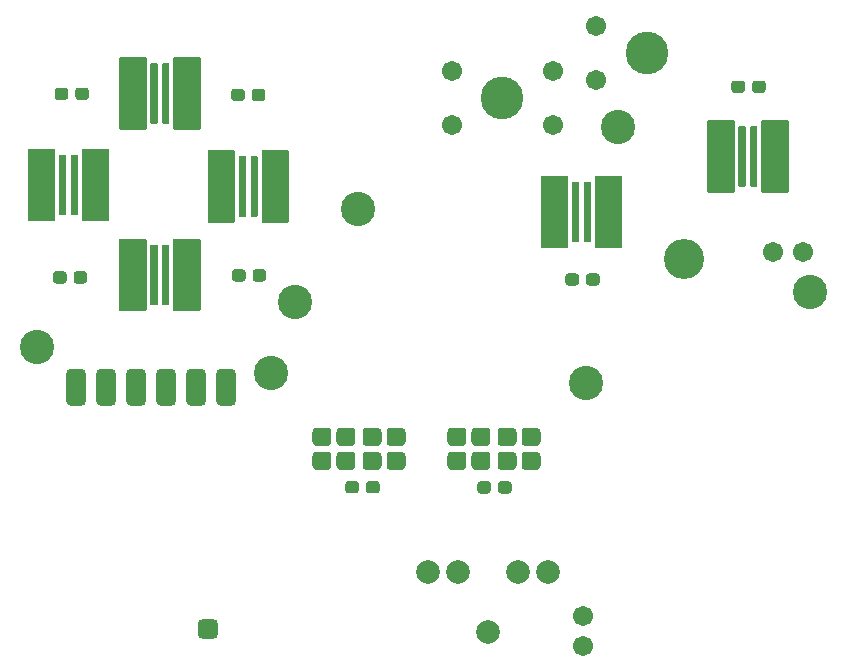
<source format=gbr>
G04 #@! TF.GenerationSoftware,KiCad,Pcbnew,5.1.9+dfsg1-1*
G04 #@! TF.CreationDate,2021-11-24T09:04:39+00:00*
G04 #@! TF.ProjectId,gbc_retrozero_buttons_led,6762635f-7265-4747-926f-7a65726f5f62,rev?*
G04 #@! TF.SameCoordinates,Original*
G04 #@! TF.FileFunction,Soldermask,Top*
G04 #@! TF.FilePolarity,Negative*
%FSLAX46Y46*%
G04 Gerber Fmt 4.6, Leading zero omitted, Abs format (unit mm)*
G04 Created by KiCad (PCBNEW 5.1.9+dfsg1-1) date 2021-11-24 09:04:39*
%MOMM*%
%LPD*%
G01*
G04 APERTURE LIST*
%ADD10C,2.902000*%
%ADD11C,3.402000*%
%ADD12C,2.002000*%
%ADD13C,1.702000*%
%ADD14C,3.602000*%
%ADD15C,0.100000*%
G04 APERTURE END LIST*
G36*
G01*
X237353920Y-74433000D02*
X236853920Y-74433000D01*
G75*
G02*
X236802920Y-74382000I0J51000D01*
G01*
X236802920Y-69382000D01*
G75*
G02*
X236853920Y-69331000I51000J0D01*
G01*
X237353920Y-69331000D01*
G75*
G02*
X237404920Y-69382000I0J-51000D01*
G01*
X237404920Y-74382000D01*
G75*
G02*
X237353920Y-74433000I-51000J0D01*
G01*
G37*
G36*
G01*
X236348080Y-74433000D02*
X235848080Y-74433000D01*
G75*
G02*
X235797080Y-74382000I0J51000D01*
G01*
X235797080Y-69382000D01*
G75*
G02*
X235848080Y-69331000I51000J0D01*
G01*
X236348080Y-69331000D01*
G75*
G02*
X236399080Y-69382000I0J-51000D01*
G01*
X236399080Y-74382000D01*
G75*
G02*
X236348080Y-74433000I-51000J0D01*
G01*
G37*
G36*
G01*
X233164000Y-74882000D02*
X233164000Y-68882000D01*
G75*
G02*
X233215000Y-68831000I51000J0D01*
G01*
X235415000Y-68831000D01*
G75*
G02*
X235466000Y-68882000I0J-51000D01*
G01*
X235466000Y-74882000D01*
G75*
G02*
X235415000Y-74933000I-51000J0D01*
G01*
X233215000Y-74933000D01*
G75*
G02*
X233164000Y-74882000I0J51000D01*
G01*
G37*
G36*
G01*
X237736000Y-74882000D02*
X237736000Y-68882000D01*
G75*
G02*
X237787000Y-68831000I51000J0D01*
G01*
X239987000Y-68831000D01*
G75*
G02*
X240038000Y-68882000I0J-51000D01*
G01*
X240038000Y-74882000D01*
G75*
G02*
X239987000Y-74933000I-51000J0D01*
G01*
X237787000Y-74933000D01*
G75*
G02*
X237736000Y-74882000I0J51000D01*
G01*
G37*
G36*
G01*
X179822920Y-76846000D02*
X179322920Y-76846000D01*
G75*
G02*
X179271920Y-76795000I0J51000D01*
G01*
X179271920Y-71795000D01*
G75*
G02*
X179322920Y-71744000I51000J0D01*
G01*
X179822920Y-71744000D01*
G75*
G02*
X179873920Y-71795000I0J-51000D01*
G01*
X179873920Y-76795000D01*
G75*
G02*
X179822920Y-76846000I-51000J0D01*
G01*
G37*
G36*
G01*
X178817080Y-76846000D02*
X178317080Y-76846000D01*
G75*
G02*
X178266080Y-76795000I0J51000D01*
G01*
X178266080Y-71795000D01*
G75*
G02*
X178317080Y-71744000I51000J0D01*
G01*
X178817080Y-71744000D01*
G75*
G02*
X178868080Y-71795000I0J-51000D01*
G01*
X178868080Y-76795000D01*
G75*
G02*
X178817080Y-76846000I-51000J0D01*
G01*
G37*
G36*
G01*
X175633000Y-77295000D02*
X175633000Y-71295000D01*
G75*
G02*
X175684000Y-71244000I51000J0D01*
G01*
X177884000Y-71244000D01*
G75*
G02*
X177935000Y-71295000I0J-51000D01*
G01*
X177935000Y-77295000D01*
G75*
G02*
X177884000Y-77346000I-51000J0D01*
G01*
X175684000Y-77346000D01*
G75*
G02*
X175633000Y-77295000I0J51000D01*
G01*
G37*
G36*
G01*
X180205000Y-77295000D02*
X180205000Y-71295000D01*
G75*
G02*
X180256000Y-71244000I51000J0D01*
G01*
X182456000Y-71244000D01*
G75*
G02*
X182507000Y-71295000I0J-51000D01*
G01*
X182507000Y-77295000D01*
G75*
G02*
X182456000Y-77346000I-51000J0D01*
G01*
X180256000Y-77346000D01*
G75*
G02*
X180205000Y-77295000I0J51000D01*
G01*
G37*
G36*
G01*
X187569920Y-84466000D02*
X187069920Y-84466000D01*
G75*
G02*
X187018920Y-84415000I0J51000D01*
G01*
X187018920Y-79415000D01*
G75*
G02*
X187069920Y-79364000I51000J0D01*
G01*
X187569920Y-79364000D01*
G75*
G02*
X187620920Y-79415000I0J-51000D01*
G01*
X187620920Y-84415000D01*
G75*
G02*
X187569920Y-84466000I-51000J0D01*
G01*
G37*
G36*
G01*
X186564080Y-84466000D02*
X186064080Y-84466000D01*
G75*
G02*
X186013080Y-84415000I0J51000D01*
G01*
X186013080Y-79415000D01*
G75*
G02*
X186064080Y-79364000I51000J0D01*
G01*
X186564080Y-79364000D01*
G75*
G02*
X186615080Y-79415000I0J-51000D01*
G01*
X186615080Y-84415000D01*
G75*
G02*
X186564080Y-84466000I-51000J0D01*
G01*
G37*
G36*
G01*
X183380000Y-84915000D02*
X183380000Y-78915000D01*
G75*
G02*
X183431000Y-78864000I51000J0D01*
G01*
X185631000Y-78864000D01*
G75*
G02*
X185682000Y-78915000I0J-51000D01*
G01*
X185682000Y-84915000D01*
G75*
G02*
X185631000Y-84966000I-51000J0D01*
G01*
X183431000Y-84966000D01*
G75*
G02*
X183380000Y-84915000I0J51000D01*
G01*
G37*
G36*
G01*
X187952000Y-84915000D02*
X187952000Y-78915000D01*
G75*
G02*
X188003000Y-78864000I51000J0D01*
G01*
X190203000Y-78864000D01*
G75*
G02*
X190254000Y-78915000I0J-51000D01*
G01*
X190254000Y-84915000D01*
G75*
G02*
X190203000Y-84966000I-51000J0D01*
G01*
X188003000Y-84966000D01*
G75*
G02*
X187952000Y-84915000I0J51000D01*
G01*
G37*
D10*
X222917300Y-91088460D03*
X241840300Y-83341460D03*
X225584300Y-69371460D03*
X203613300Y-76356460D03*
X198215800Y-84230460D03*
X176435300Y-88040460D03*
D11*
X231185000Y-80550000D03*
D10*
X196260000Y-90202000D03*
D12*
X214578480Y-112132360D03*
X212038480Y-107052360D03*
X209498480Y-107052360D03*
X217118480Y-107052360D03*
X219658480Y-107052360D03*
G36*
G01*
X193256000Y-90314500D02*
X193256000Y-92565500D01*
G75*
G02*
X192830500Y-92991000I-425500J0D01*
G01*
X191979500Y-92991000D01*
G75*
G02*
X191554000Y-92565500I0J425500D01*
G01*
X191554000Y-90314500D01*
G75*
G02*
X191979500Y-89889000I425500J0D01*
G01*
X192830500Y-89889000D01*
G75*
G02*
X193256000Y-90314500I0J-425500D01*
G01*
G37*
G36*
G01*
X190716000Y-90314500D02*
X190716000Y-92565500D01*
G75*
G02*
X190290500Y-92991000I-425500J0D01*
G01*
X189439500Y-92991000D01*
G75*
G02*
X189014000Y-92565500I0J425500D01*
G01*
X189014000Y-90314500D01*
G75*
G02*
X189439500Y-89889000I425500J0D01*
G01*
X190290500Y-89889000D01*
G75*
G02*
X190716000Y-90314500I0J-425500D01*
G01*
G37*
G36*
G01*
X188176000Y-90314500D02*
X188176000Y-92565500D01*
G75*
G02*
X187750500Y-92991000I-425500J0D01*
G01*
X186899500Y-92991000D01*
G75*
G02*
X186474000Y-92565500I0J425500D01*
G01*
X186474000Y-90314500D01*
G75*
G02*
X186899500Y-89889000I425500J0D01*
G01*
X187750500Y-89889000D01*
G75*
G02*
X188176000Y-90314500I0J-425500D01*
G01*
G37*
G36*
G01*
X185636000Y-90314500D02*
X185636000Y-92565500D01*
G75*
G02*
X185210500Y-92991000I-425500J0D01*
G01*
X184359500Y-92991000D01*
G75*
G02*
X183934000Y-92565500I0J425500D01*
G01*
X183934000Y-90314500D01*
G75*
G02*
X184359500Y-89889000I425500J0D01*
G01*
X185210500Y-89889000D01*
G75*
G02*
X185636000Y-90314500I0J-425500D01*
G01*
G37*
G36*
G01*
X183096000Y-90314500D02*
X183096000Y-92565500D01*
G75*
G02*
X182670500Y-92991000I-425500J0D01*
G01*
X181819500Y-92991000D01*
G75*
G02*
X181394000Y-92565500I0J425500D01*
G01*
X181394000Y-90314500D01*
G75*
G02*
X181819500Y-89889000I425500J0D01*
G01*
X182670500Y-89889000D01*
G75*
G02*
X183096000Y-90314500I0J-425500D01*
G01*
G37*
G36*
G01*
X180556000Y-90314500D02*
X180556000Y-92565500D01*
G75*
G02*
X180130500Y-92991000I-425500J0D01*
G01*
X179279500Y-92991000D01*
G75*
G02*
X178854000Y-92565500I0J425500D01*
G01*
X178854000Y-90314500D01*
G75*
G02*
X179279500Y-89889000I425500J0D01*
G01*
X180130500Y-89889000D01*
G75*
G02*
X180556000Y-90314500I0J-425500D01*
G01*
G37*
G36*
G01*
X191732000Y-111461500D02*
X191732000Y-112312500D01*
G75*
G02*
X191306500Y-112738000I-425500J0D01*
G01*
X190455500Y-112738000D01*
G75*
G02*
X190030000Y-112312500I0J425500D01*
G01*
X190030000Y-111461500D01*
G75*
G02*
X190455500Y-111036000I425500J0D01*
G01*
X191306500Y-111036000D01*
G75*
G02*
X191732000Y-111461500I0J-425500D01*
G01*
G37*
D13*
X238709200Y-79959200D03*
X241249200Y-79959200D03*
G36*
G01*
X199732000Y-96031500D02*
X199732000Y-95230500D01*
G75*
G02*
X200132500Y-94830000I400500J0D01*
G01*
X200933500Y-94830000D01*
G75*
G02*
X201334000Y-95230500I0J-400500D01*
G01*
X201334000Y-96031500D01*
G75*
G02*
X200933500Y-96432000I-400500J0D01*
G01*
X200132500Y-96432000D01*
G75*
G02*
X199732000Y-96031500I0J400500D01*
G01*
G37*
G36*
G01*
X201764000Y-96031500D02*
X201764000Y-95230500D01*
G75*
G02*
X202164500Y-94830000I400500J0D01*
G01*
X202965500Y-94830000D01*
G75*
G02*
X203366000Y-95230500I0J-400500D01*
G01*
X203366000Y-96031500D01*
G75*
G02*
X202965500Y-96432000I-400500J0D01*
G01*
X202164500Y-96432000D01*
G75*
G02*
X201764000Y-96031500I0J400500D01*
G01*
G37*
G36*
G01*
X199732000Y-98063500D02*
X199732000Y-97262500D01*
G75*
G02*
X200132500Y-96862000I400500J0D01*
G01*
X200933500Y-96862000D01*
G75*
G02*
X201334000Y-97262500I0J-400500D01*
G01*
X201334000Y-98063500D01*
G75*
G02*
X200933500Y-98464000I-400500J0D01*
G01*
X200132500Y-98464000D01*
G75*
G02*
X199732000Y-98063500I0J400500D01*
G01*
G37*
G36*
G01*
X201764000Y-98063500D02*
X201764000Y-97262500D01*
G75*
G02*
X202164500Y-96862000I400500J0D01*
G01*
X202965500Y-96862000D01*
G75*
G02*
X203366000Y-97262500I0J-400500D01*
G01*
X203366000Y-98063500D01*
G75*
G02*
X202965500Y-98464000I-400500J0D01*
G01*
X202164500Y-98464000D01*
G75*
G02*
X201764000Y-98063500I0J400500D01*
G01*
G37*
G36*
G01*
X203986500Y-96031500D02*
X203986500Y-95230500D01*
G75*
G02*
X204387000Y-94830000I400500J0D01*
G01*
X205188000Y-94830000D01*
G75*
G02*
X205588500Y-95230500I0J-400500D01*
G01*
X205588500Y-96031500D01*
G75*
G02*
X205188000Y-96432000I-400500J0D01*
G01*
X204387000Y-96432000D01*
G75*
G02*
X203986500Y-96031500I0J400500D01*
G01*
G37*
G36*
G01*
X206018500Y-96031500D02*
X206018500Y-95230500D01*
G75*
G02*
X206419000Y-94830000I400500J0D01*
G01*
X207220000Y-94830000D01*
G75*
G02*
X207620500Y-95230500I0J-400500D01*
G01*
X207620500Y-96031500D01*
G75*
G02*
X207220000Y-96432000I-400500J0D01*
G01*
X206419000Y-96432000D01*
G75*
G02*
X206018500Y-96031500I0J400500D01*
G01*
G37*
G36*
G01*
X206018500Y-98063500D02*
X206018500Y-97262500D01*
G75*
G02*
X206419000Y-96862000I400500J0D01*
G01*
X207220000Y-96862000D01*
G75*
G02*
X207620500Y-97262500I0J-400500D01*
G01*
X207620500Y-98063500D01*
G75*
G02*
X207220000Y-98464000I-400500J0D01*
G01*
X206419000Y-98464000D01*
G75*
G02*
X206018500Y-98063500I0J400500D01*
G01*
G37*
G36*
G01*
X203986500Y-98063500D02*
X203986500Y-97262500D01*
G75*
G02*
X204387000Y-96862000I400500J0D01*
G01*
X205188000Y-96862000D01*
G75*
G02*
X205588500Y-97262500I0J-400500D01*
G01*
X205588500Y-98063500D01*
G75*
G02*
X205188000Y-98464000I-400500J0D01*
G01*
X204387000Y-98464000D01*
G75*
G02*
X203986500Y-98063500I0J400500D01*
G01*
G37*
G36*
G01*
X215416500Y-98063500D02*
X215416500Y-97262500D01*
G75*
G02*
X215817000Y-96862000I400500J0D01*
G01*
X216618000Y-96862000D01*
G75*
G02*
X217018500Y-97262500I0J-400500D01*
G01*
X217018500Y-98063500D01*
G75*
G02*
X216618000Y-98464000I-400500J0D01*
G01*
X215817000Y-98464000D01*
G75*
G02*
X215416500Y-98063500I0J400500D01*
G01*
G37*
G36*
G01*
X217448500Y-98063500D02*
X217448500Y-97262500D01*
G75*
G02*
X217849000Y-96862000I400500J0D01*
G01*
X218650000Y-96862000D01*
G75*
G02*
X219050500Y-97262500I0J-400500D01*
G01*
X219050500Y-98063500D01*
G75*
G02*
X218650000Y-98464000I-400500J0D01*
G01*
X217849000Y-98464000D01*
G75*
G02*
X217448500Y-98063500I0J400500D01*
G01*
G37*
G36*
G01*
X217448500Y-96031500D02*
X217448500Y-95230500D01*
G75*
G02*
X217849000Y-94830000I400500J0D01*
G01*
X218650000Y-94830000D01*
G75*
G02*
X219050500Y-95230500I0J-400500D01*
G01*
X219050500Y-96031500D01*
G75*
G02*
X218650000Y-96432000I-400500J0D01*
G01*
X217849000Y-96432000D01*
G75*
G02*
X217448500Y-96031500I0J400500D01*
G01*
G37*
G36*
G01*
X215416500Y-96031500D02*
X215416500Y-95230500D01*
G75*
G02*
X215817000Y-94830000I400500J0D01*
G01*
X216618000Y-94830000D01*
G75*
G02*
X217018500Y-95230500I0J-400500D01*
G01*
X217018500Y-96031500D01*
G75*
G02*
X216618000Y-96432000I-400500J0D01*
G01*
X215817000Y-96432000D01*
G75*
G02*
X215416500Y-96031500I0J400500D01*
G01*
G37*
G36*
G01*
X213194000Y-98063500D02*
X213194000Y-97262500D01*
G75*
G02*
X213594500Y-96862000I400500J0D01*
G01*
X214395500Y-96862000D01*
G75*
G02*
X214796000Y-97262500I0J-400500D01*
G01*
X214796000Y-98063500D01*
G75*
G02*
X214395500Y-98464000I-400500J0D01*
G01*
X213594500Y-98464000D01*
G75*
G02*
X213194000Y-98063500I0J400500D01*
G01*
G37*
G36*
G01*
X211162000Y-98063500D02*
X211162000Y-97262500D01*
G75*
G02*
X211562500Y-96862000I400500J0D01*
G01*
X212363500Y-96862000D01*
G75*
G02*
X212764000Y-97262500I0J-400500D01*
G01*
X212764000Y-98063500D01*
G75*
G02*
X212363500Y-98464000I-400500J0D01*
G01*
X211562500Y-98464000D01*
G75*
G02*
X211162000Y-98063500I0J400500D01*
G01*
G37*
G36*
G01*
X213194000Y-96031500D02*
X213194000Y-95230500D01*
G75*
G02*
X213594500Y-94830000I400500J0D01*
G01*
X214395500Y-94830000D01*
G75*
G02*
X214796000Y-95230500I0J-400500D01*
G01*
X214796000Y-96031500D01*
G75*
G02*
X214395500Y-96432000I-400500J0D01*
G01*
X213594500Y-96432000D01*
G75*
G02*
X213194000Y-96031500I0J400500D01*
G01*
G37*
G36*
G01*
X211162000Y-96031500D02*
X211162000Y-95230500D01*
G75*
G02*
X211562500Y-94830000I400500J0D01*
G01*
X212363500Y-94830000D01*
G75*
G02*
X212764000Y-95230500I0J-400500D01*
G01*
X212764000Y-96031500D01*
G75*
G02*
X212363500Y-96432000I-400500J0D01*
G01*
X211562500Y-96432000D01*
G75*
G02*
X211162000Y-96031500I0J400500D01*
G01*
G37*
G36*
G01*
X187569920Y-69099000D02*
X187069920Y-69099000D01*
G75*
G02*
X187018920Y-69048000I0J51000D01*
G01*
X187018920Y-64048000D01*
G75*
G02*
X187069920Y-63997000I51000J0D01*
G01*
X187569920Y-63997000D01*
G75*
G02*
X187620920Y-64048000I0J-51000D01*
G01*
X187620920Y-69048000D01*
G75*
G02*
X187569920Y-69099000I-51000J0D01*
G01*
G37*
G36*
G01*
X186564080Y-69099000D02*
X186064080Y-69099000D01*
G75*
G02*
X186013080Y-69048000I0J51000D01*
G01*
X186013080Y-64048000D01*
G75*
G02*
X186064080Y-63997000I51000J0D01*
G01*
X186564080Y-63997000D01*
G75*
G02*
X186615080Y-64048000I0J-51000D01*
G01*
X186615080Y-69048000D01*
G75*
G02*
X186564080Y-69099000I-51000J0D01*
G01*
G37*
G36*
G01*
X183380000Y-69548000D02*
X183380000Y-63548000D01*
G75*
G02*
X183431000Y-63497000I51000J0D01*
G01*
X185631000Y-63497000D01*
G75*
G02*
X185682000Y-63548000I0J-51000D01*
G01*
X185682000Y-69548000D01*
G75*
G02*
X185631000Y-69599000I-51000J0D01*
G01*
X183431000Y-69599000D01*
G75*
G02*
X183380000Y-69548000I0J51000D01*
G01*
G37*
G36*
G01*
X187952000Y-69548000D02*
X187952000Y-63548000D01*
G75*
G02*
X188003000Y-63497000I51000J0D01*
G01*
X190203000Y-63497000D01*
G75*
G02*
X190254000Y-63548000I0J-51000D01*
G01*
X190254000Y-69548000D01*
G75*
G02*
X190203000Y-69599000I-51000J0D01*
G01*
X188003000Y-69599000D01*
G75*
G02*
X187952000Y-69548000I0J51000D01*
G01*
G37*
G36*
G01*
X195062920Y-76973000D02*
X194562920Y-76973000D01*
G75*
G02*
X194511920Y-76922000I0J51000D01*
G01*
X194511920Y-71922000D01*
G75*
G02*
X194562920Y-71871000I51000J0D01*
G01*
X195062920Y-71871000D01*
G75*
G02*
X195113920Y-71922000I0J-51000D01*
G01*
X195113920Y-76922000D01*
G75*
G02*
X195062920Y-76973000I-51000J0D01*
G01*
G37*
G36*
G01*
X194057080Y-76973000D02*
X193557080Y-76973000D01*
G75*
G02*
X193506080Y-76922000I0J51000D01*
G01*
X193506080Y-71922000D01*
G75*
G02*
X193557080Y-71871000I51000J0D01*
G01*
X194057080Y-71871000D01*
G75*
G02*
X194108080Y-71922000I0J-51000D01*
G01*
X194108080Y-76922000D01*
G75*
G02*
X194057080Y-76973000I-51000J0D01*
G01*
G37*
G36*
G01*
X190873000Y-77422000D02*
X190873000Y-71422000D01*
G75*
G02*
X190924000Y-71371000I51000J0D01*
G01*
X193124000Y-71371000D01*
G75*
G02*
X193175000Y-71422000I0J-51000D01*
G01*
X193175000Y-77422000D01*
G75*
G02*
X193124000Y-77473000I-51000J0D01*
G01*
X190924000Y-77473000D01*
G75*
G02*
X190873000Y-77422000I0J51000D01*
G01*
G37*
G36*
G01*
X195445000Y-77422000D02*
X195445000Y-71422000D01*
G75*
G02*
X195496000Y-71371000I51000J0D01*
G01*
X197696000Y-71371000D01*
G75*
G02*
X197747000Y-71422000I0J-51000D01*
G01*
X197747000Y-77422000D01*
G75*
G02*
X197696000Y-77473000I-51000J0D01*
G01*
X195496000Y-77473000D01*
G75*
G02*
X195445000Y-77422000I0J51000D01*
G01*
G37*
G36*
G01*
X223256920Y-79132000D02*
X222756920Y-79132000D01*
G75*
G02*
X222705920Y-79081000I0J51000D01*
G01*
X222705920Y-74081000D01*
G75*
G02*
X222756920Y-74030000I51000J0D01*
G01*
X223256920Y-74030000D01*
G75*
G02*
X223307920Y-74081000I0J-51000D01*
G01*
X223307920Y-79081000D01*
G75*
G02*
X223256920Y-79132000I-51000J0D01*
G01*
G37*
G36*
G01*
X222251080Y-79132000D02*
X221751080Y-79132000D01*
G75*
G02*
X221700080Y-79081000I0J51000D01*
G01*
X221700080Y-74081000D01*
G75*
G02*
X221751080Y-74030000I51000J0D01*
G01*
X222251080Y-74030000D01*
G75*
G02*
X222302080Y-74081000I0J-51000D01*
G01*
X222302080Y-79081000D01*
G75*
G02*
X222251080Y-79132000I-51000J0D01*
G01*
G37*
G36*
G01*
X219067000Y-79581000D02*
X219067000Y-73581000D01*
G75*
G02*
X219118000Y-73530000I51000J0D01*
G01*
X221318000Y-73530000D01*
G75*
G02*
X221369000Y-73581000I0J-51000D01*
G01*
X221369000Y-79581000D01*
G75*
G02*
X221318000Y-79632000I-51000J0D01*
G01*
X219118000Y-79632000D01*
G75*
G02*
X219067000Y-79581000I0J51000D01*
G01*
G37*
G36*
G01*
X223639000Y-79581000D02*
X223639000Y-73581000D01*
G75*
G02*
X223690000Y-73530000I51000J0D01*
G01*
X225890000Y-73530000D01*
G75*
G02*
X225941000Y-73581000I0J-51000D01*
G01*
X225941000Y-79581000D01*
G75*
G02*
X225890000Y-79632000I-51000J0D01*
G01*
X223690000Y-79632000D01*
G75*
G02*
X223639000Y-79581000I0J51000D01*
G01*
G37*
X211582000Y-69215000D03*
X211582000Y-64643000D03*
X220091000Y-69215000D03*
X220091000Y-64643000D03*
D14*
X215773000Y-66929000D03*
D13*
X223774000Y-60833000D03*
X223774000Y-65405000D03*
D14*
X228092000Y-63119000D03*
D13*
X222656400Y-113322100D03*
X222656400Y-110782100D03*
G36*
G01*
X194595000Y-66938000D02*
X194595000Y-66412000D01*
G75*
G02*
X194858000Y-66149000I263000J0D01*
G01*
X195484000Y-66149000D01*
G75*
G02*
X195747000Y-66412000I0J-263000D01*
G01*
X195747000Y-66938000D01*
G75*
G02*
X195484000Y-67201000I-263000J0D01*
G01*
X194858000Y-67201000D01*
G75*
G02*
X194595000Y-66938000I0J263000D01*
G01*
G37*
G36*
G01*
X192845000Y-66938000D02*
X192845000Y-66412000D01*
G75*
G02*
X193108000Y-66149000I263000J0D01*
G01*
X193734000Y-66149000D01*
G75*
G02*
X193997000Y-66412000I0J-263000D01*
G01*
X193997000Y-66938000D01*
G75*
G02*
X193734000Y-67201000I-263000J0D01*
G01*
X193108000Y-67201000D01*
G75*
G02*
X192845000Y-66938000I0J263000D01*
G01*
G37*
G36*
G01*
X177760000Y-82381200D02*
X177760000Y-81855200D01*
G75*
G02*
X178023000Y-81592200I263000J0D01*
G01*
X178649000Y-81592200D01*
G75*
G02*
X178912000Y-81855200I0J-263000D01*
G01*
X178912000Y-82381200D01*
G75*
G02*
X178649000Y-82644200I-263000J0D01*
G01*
X178023000Y-82644200D01*
G75*
G02*
X177760000Y-82381200I0J263000D01*
G01*
G37*
G36*
G01*
X179510000Y-82381200D02*
X179510000Y-81855200D01*
G75*
G02*
X179773000Y-81592200I263000J0D01*
G01*
X180399000Y-81592200D01*
G75*
G02*
X180662000Y-81855200I0J-263000D01*
G01*
X180662000Y-82381200D01*
G75*
G02*
X180399000Y-82644200I-263000J0D01*
G01*
X179773000Y-82644200D01*
G75*
G02*
X179510000Y-82381200I0J263000D01*
G01*
G37*
G36*
G01*
X177899700Y-66836400D02*
X177899700Y-66310400D01*
G75*
G02*
X178162700Y-66047400I263000J0D01*
G01*
X178788700Y-66047400D01*
G75*
G02*
X179051700Y-66310400I0J-263000D01*
G01*
X179051700Y-66836400D01*
G75*
G02*
X178788700Y-67099400I-263000J0D01*
G01*
X178162700Y-67099400D01*
G75*
G02*
X177899700Y-66836400I0J263000D01*
G01*
G37*
G36*
G01*
X179649700Y-66836400D02*
X179649700Y-66310400D01*
G75*
G02*
X179912700Y-66047400I263000J0D01*
G01*
X180538700Y-66047400D01*
G75*
G02*
X180801700Y-66310400I0J-263000D01*
G01*
X180801700Y-66836400D01*
G75*
G02*
X180538700Y-67099400I-263000J0D01*
G01*
X179912700Y-67099400D01*
G75*
G02*
X179649700Y-66836400I0J263000D01*
G01*
G37*
G36*
G01*
X194661100Y-82216100D02*
X194661100Y-81690100D01*
G75*
G02*
X194924100Y-81427100I263000J0D01*
G01*
X195550100Y-81427100D01*
G75*
G02*
X195813100Y-81690100I0J-263000D01*
G01*
X195813100Y-82216100D01*
G75*
G02*
X195550100Y-82479100I-263000J0D01*
G01*
X194924100Y-82479100D01*
G75*
G02*
X194661100Y-82216100I0J263000D01*
G01*
G37*
G36*
G01*
X192911100Y-82216100D02*
X192911100Y-81690100D01*
G75*
G02*
X193174100Y-81427100I263000J0D01*
G01*
X193800100Y-81427100D01*
G75*
G02*
X194063100Y-81690100I0J-263000D01*
G01*
X194063100Y-82216100D01*
G75*
G02*
X193800100Y-82479100I-263000J0D01*
G01*
X193174100Y-82479100D01*
G75*
G02*
X192911100Y-82216100I0J263000D01*
G01*
G37*
G36*
G01*
X202511000Y-100148500D02*
X202511000Y-99622500D01*
G75*
G02*
X202774000Y-99359500I263000J0D01*
G01*
X203400000Y-99359500D01*
G75*
G02*
X203663000Y-99622500I0J-263000D01*
G01*
X203663000Y-100148500D01*
G75*
G02*
X203400000Y-100411500I-263000J0D01*
G01*
X202774000Y-100411500D01*
G75*
G02*
X202511000Y-100148500I0J263000D01*
G01*
G37*
G36*
G01*
X204261000Y-100148500D02*
X204261000Y-99622500D01*
G75*
G02*
X204524000Y-99359500I263000J0D01*
G01*
X205150000Y-99359500D01*
G75*
G02*
X205413000Y-99622500I0J-263000D01*
G01*
X205413000Y-100148500D01*
G75*
G02*
X205150000Y-100411500I-263000J0D01*
G01*
X204524000Y-100411500D01*
G75*
G02*
X204261000Y-100148500I0J263000D01*
G01*
G37*
G36*
G01*
X215438300Y-100161200D02*
X215438300Y-99635200D01*
G75*
G02*
X215701300Y-99372200I263000J0D01*
G01*
X216327300Y-99372200D01*
G75*
G02*
X216590300Y-99635200I0J-263000D01*
G01*
X216590300Y-100161200D01*
G75*
G02*
X216327300Y-100424200I-263000J0D01*
G01*
X215701300Y-100424200D01*
G75*
G02*
X215438300Y-100161200I0J263000D01*
G01*
G37*
G36*
G01*
X213688300Y-100161200D02*
X213688300Y-99635200D01*
G75*
G02*
X213951300Y-99372200I263000J0D01*
G01*
X214577300Y-99372200D01*
G75*
G02*
X214840300Y-99635200I0J-263000D01*
G01*
X214840300Y-100161200D01*
G75*
G02*
X214577300Y-100424200I-263000J0D01*
G01*
X213951300Y-100424200D01*
G75*
G02*
X213688300Y-100161200I0J263000D01*
G01*
G37*
G36*
G01*
X221143200Y-82559000D02*
X221143200Y-82033000D01*
G75*
G02*
X221406200Y-81770000I263000J0D01*
G01*
X222032200Y-81770000D01*
G75*
G02*
X222295200Y-82033000I0J-263000D01*
G01*
X222295200Y-82559000D01*
G75*
G02*
X222032200Y-82822000I-263000J0D01*
G01*
X221406200Y-82822000D01*
G75*
G02*
X221143200Y-82559000I0J263000D01*
G01*
G37*
G36*
G01*
X222893200Y-82559000D02*
X222893200Y-82033000D01*
G75*
G02*
X223156200Y-81770000I263000J0D01*
G01*
X223782200Y-81770000D01*
G75*
G02*
X224045200Y-82033000I0J-263000D01*
G01*
X224045200Y-82559000D01*
G75*
G02*
X223782200Y-82822000I-263000J0D01*
G01*
X223156200Y-82822000D01*
G75*
G02*
X222893200Y-82559000I0J263000D01*
G01*
G37*
G36*
G01*
X236950800Y-66239500D02*
X236950800Y-65713500D01*
G75*
G02*
X237213800Y-65450500I263000J0D01*
G01*
X237839800Y-65450500D01*
G75*
G02*
X238102800Y-65713500I0J-263000D01*
G01*
X238102800Y-66239500D01*
G75*
G02*
X237839800Y-66502500I-263000J0D01*
G01*
X237213800Y-66502500D01*
G75*
G02*
X236950800Y-66239500I0J263000D01*
G01*
G37*
G36*
G01*
X235200800Y-66239500D02*
X235200800Y-65713500D01*
G75*
G02*
X235463800Y-65450500I263000J0D01*
G01*
X236089800Y-65450500D01*
G75*
G02*
X236352800Y-65713500I0J-263000D01*
G01*
X236352800Y-66239500D01*
G75*
G02*
X236089800Y-66502500I-263000J0D01*
G01*
X235463800Y-66502500D01*
G75*
G02*
X235200800Y-66239500I0J263000D01*
G01*
G37*
D15*
G36*
X191733165Y-112310874D02*
G01*
X191734000Y-112312500D01*
X191734000Y-112368860D01*
X191733990Y-112369056D01*
X191726422Y-112445894D01*
X191726346Y-112446279D01*
X191705722Y-112514266D01*
X191705572Y-112514628D01*
X191672085Y-112577278D01*
X191671867Y-112577604D01*
X191626798Y-112632521D01*
X191626521Y-112632798D01*
X191571604Y-112677867D01*
X191571278Y-112678085D01*
X191508628Y-112711572D01*
X191508266Y-112711722D01*
X191440279Y-112732346D01*
X191439894Y-112732422D01*
X191363056Y-112739990D01*
X191362860Y-112740000D01*
X191306500Y-112740000D01*
X191304768Y-112739000D01*
X191304768Y-112737000D01*
X191306304Y-112736010D01*
X191389116Y-112727854D01*
X191468563Y-112703754D01*
X191541779Y-112664619D01*
X191605953Y-112611953D01*
X191658619Y-112547779D01*
X191697754Y-112474563D01*
X191721854Y-112395116D01*
X191730010Y-112312304D01*
X191731175Y-112310678D01*
X191733165Y-112310874D01*
G37*
G36*
X190031990Y-112312304D02*
G01*
X190040146Y-112395116D01*
X190064246Y-112474563D01*
X190103381Y-112547779D01*
X190156047Y-112611953D01*
X190220221Y-112664619D01*
X190293437Y-112703754D01*
X190372884Y-112727854D01*
X190455696Y-112736010D01*
X190457322Y-112737175D01*
X190457126Y-112739165D01*
X190455500Y-112740000D01*
X190399140Y-112740000D01*
X190398944Y-112739990D01*
X190322106Y-112732422D01*
X190321721Y-112732346D01*
X190253734Y-112711722D01*
X190253372Y-112711572D01*
X190190722Y-112678085D01*
X190190396Y-112677867D01*
X190135479Y-112632798D01*
X190135202Y-112632521D01*
X190090133Y-112577604D01*
X190089915Y-112577278D01*
X190056428Y-112514628D01*
X190056278Y-112514266D01*
X190035654Y-112446279D01*
X190035578Y-112445894D01*
X190028010Y-112369056D01*
X190028000Y-112368860D01*
X190028000Y-112312500D01*
X190029000Y-112310768D01*
X190031000Y-112310768D01*
X190031990Y-112312304D01*
G37*
G36*
X190457232Y-111035000D02*
G01*
X190457232Y-111037000D01*
X190455696Y-111037990D01*
X190372884Y-111046146D01*
X190293437Y-111070246D01*
X190220221Y-111109381D01*
X190156047Y-111162047D01*
X190103381Y-111226221D01*
X190064246Y-111299437D01*
X190040146Y-111378884D01*
X190031990Y-111461696D01*
X190030825Y-111463322D01*
X190028835Y-111463126D01*
X190028000Y-111461500D01*
X190028000Y-111405140D01*
X190028010Y-111404944D01*
X190035578Y-111328106D01*
X190035654Y-111327721D01*
X190056278Y-111259734D01*
X190056428Y-111259372D01*
X190089915Y-111196722D01*
X190090133Y-111196396D01*
X190135202Y-111141479D01*
X190135479Y-111141202D01*
X190190396Y-111096133D01*
X190190722Y-111095915D01*
X190253372Y-111062428D01*
X190253734Y-111062278D01*
X190321721Y-111041654D01*
X190322106Y-111041578D01*
X190398944Y-111034010D01*
X190399140Y-111034000D01*
X190455500Y-111034000D01*
X190457232Y-111035000D01*
G37*
G36*
X191363056Y-111034010D02*
G01*
X191439894Y-111041578D01*
X191440279Y-111041654D01*
X191508266Y-111062278D01*
X191508628Y-111062428D01*
X191571278Y-111095915D01*
X191571604Y-111096133D01*
X191626521Y-111141202D01*
X191626798Y-111141479D01*
X191671867Y-111196396D01*
X191672085Y-111196722D01*
X191705572Y-111259372D01*
X191705722Y-111259734D01*
X191726346Y-111327721D01*
X191726422Y-111328106D01*
X191733990Y-111404944D01*
X191734000Y-111405140D01*
X191734000Y-111461500D01*
X191733000Y-111463232D01*
X191731000Y-111463232D01*
X191730010Y-111461696D01*
X191721854Y-111378884D01*
X191697754Y-111299437D01*
X191658619Y-111226221D01*
X191605953Y-111162047D01*
X191541779Y-111109381D01*
X191468563Y-111070246D01*
X191389116Y-111046146D01*
X191306304Y-111037990D01*
X191304678Y-111036825D01*
X191304874Y-111034835D01*
X191306500Y-111034000D01*
X191362860Y-111034000D01*
X191363056Y-111034010D01*
G37*
G36*
X212765165Y-98061874D02*
G01*
X212766000Y-98063500D01*
X212766000Y-98119862D01*
X212765990Y-98120058D01*
X212758903Y-98192019D01*
X212758827Y-98192404D01*
X212739628Y-98255692D01*
X212739478Y-98256054D01*
X212708296Y-98314392D01*
X212708078Y-98314718D01*
X212666121Y-98365844D01*
X212665844Y-98366121D01*
X212614718Y-98408078D01*
X212614392Y-98408296D01*
X212556054Y-98439478D01*
X212555692Y-98439628D01*
X212492404Y-98458827D01*
X212492019Y-98458903D01*
X212420058Y-98465990D01*
X212419862Y-98466000D01*
X212363500Y-98466000D01*
X212361768Y-98465000D01*
X212361768Y-98463000D01*
X212363304Y-98462010D01*
X212441239Y-98454335D01*
X212515996Y-98431657D01*
X212584890Y-98394833D01*
X212645275Y-98345275D01*
X212694833Y-98284890D01*
X212731657Y-98215996D01*
X212754335Y-98141239D01*
X212762010Y-98063304D01*
X212763175Y-98061678D01*
X212765165Y-98061874D01*
G37*
G36*
X211163990Y-98063304D02*
G01*
X211171665Y-98141239D01*
X211194343Y-98215996D01*
X211231167Y-98284890D01*
X211280725Y-98345275D01*
X211341110Y-98394833D01*
X211410004Y-98431657D01*
X211484761Y-98454335D01*
X211562696Y-98462010D01*
X211564322Y-98463175D01*
X211564126Y-98465165D01*
X211562500Y-98466000D01*
X211506138Y-98466000D01*
X211505942Y-98465990D01*
X211433981Y-98458903D01*
X211433596Y-98458827D01*
X211370308Y-98439628D01*
X211369946Y-98439478D01*
X211311608Y-98408296D01*
X211311282Y-98408078D01*
X211260156Y-98366121D01*
X211259879Y-98365844D01*
X211217922Y-98314718D01*
X211217704Y-98314392D01*
X211186522Y-98256054D01*
X211186372Y-98255692D01*
X211167173Y-98192404D01*
X211167097Y-98192019D01*
X211160010Y-98120058D01*
X211160000Y-98119862D01*
X211160000Y-98063500D01*
X211161000Y-98061768D01*
X211163000Y-98061768D01*
X211163990Y-98063304D01*
G37*
G36*
X201335165Y-98061874D02*
G01*
X201336000Y-98063500D01*
X201336000Y-98119862D01*
X201335990Y-98120058D01*
X201328903Y-98192019D01*
X201328827Y-98192404D01*
X201309628Y-98255692D01*
X201309478Y-98256054D01*
X201278296Y-98314392D01*
X201278078Y-98314718D01*
X201236121Y-98365844D01*
X201235844Y-98366121D01*
X201184718Y-98408078D01*
X201184392Y-98408296D01*
X201126054Y-98439478D01*
X201125692Y-98439628D01*
X201062404Y-98458827D01*
X201062019Y-98458903D01*
X200990058Y-98465990D01*
X200989862Y-98466000D01*
X200933500Y-98466000D01*
X200931768Y-98465000D01*
X200931768Y-98463000D01*
X200933304Y-98462010D01*
X201011239Y-98454335D01*
X201085996Y-98431657D01*
X201154890Y-98394833D01*
X201215275Y-98345275D01*
X201264833Y-98284890D01*
X201301657Y-98215996D01*
X201324335Y-98141239D01*
X201332010Y-98063304D01*
X201333175Y-98061678D01*
X201335165Y-98061874D01*
G37*
G36*
X219051665Y-98061874D02*
G01*
X219052500Y-98063500D01*
X219052500Y-98119862D01*
X219052490Y-98120058D01*
X219045403Y-98192019D01*
X219045327Y-98192404D01*
X219026128Y-98255692D01*
X219025978Y-98256054D01*
X218994796Y-98314392D01*
X218994578Y-98314718D01*
X218952621Y-98365844D01*
X218952344Y-98366121D01*
X218901218Y-98408078D01*
X218900892Y-98408296D01*
X218842554Y-98439478D01*
X218842192Y-98439628D01*
X218778904Y-98458827D01*
X218778519Y-98458903D01*
X218706558Y-98465990D01*
X218706362Y-98466000D01*
X218650000Y-98466000D01*
X218648268Y-98465000D01*
X218648268Y-98463000D01*
X218649804Y-98462010D01*
X218727739Y-98454335D01*
X218802496Y-98431657D01*
X218871390Y-98394833D01*
X218931775Y-98345275D01*
X218981333Y-98284890D01*
X219018157Y-98215996D01*
X219040835Y-98141239D01*
X219048510Y-98063304D01*
X219049675Y-98061678D01*
X219051665Y-98061874D01*
G37*
G36*
X201765990Y-98063304D02*
G01*
X201773665Y-98141239D01*
X201796343Y-98215996D01*
X201833167Y-98284890D01*
X201882725Y-98345275D01*
X201943110Y-98394833D01*
X202012004Y-98431657D01*
X202086761Y-98454335D01*
X202164696Y-98462010D01*
X202166322Y-98463175D01*
X202166126Y-98465165D01*
X202164500Y-98466000D01*
X202108138Y-98466000D01*
X202107942Y-98465990D01*
X202035981Y-98458903D01*
X202035596Y-98458827D01*
X201972308Y-98439628D01*
X201971946Y-98439478D01*
X201913608Y-98408296D01*
X201913282Y-98408078D01*
X201862156Y-98366121D01*
X201861879Y-98365844D01*
X201819922Y-98314718D01*
X201819704Y-98314392D01*
X201788522Y-98256054D01*
X201788372Y-98255692D01*
X201769173Y-98192404D01*
X201769097Y-98192019D01*
X201762010Y-98120058D01*
X201762000Y-98119862D01*
X201762000Y-98063500D01*
X201763000Y-98061768D01*
X201765000Y-98061768D01*
X201765990Y-98063304D01*
G37*
G36*
X206020490Y-98063304D02*
G01*
X206028165Y-98141239D01*
X206050843Y-98215996D01*
X206087667Y-98284890D01*
X206137225Y-98345275D01*
X206197610Y-98394833D01*
X206266504Y-98431657D01*
X206341261Y-98454335D01*
X206419196Y-98462010D01*
X206420822Y-98463175D01*
X206420626Y-98465165D01*
X206419000Y-98466000D01*
X206362638Y-98466000D01*
X206362442Y-98465990D01*
X206290481Y-98458903D01*
X206290096Y-98458827D01*
X206226808Y-98439628D01*
X206226446Y-98439478D01*
X206168108Y-98408296D01*
X206167782Y-98408078D01*
X206116656Y-98366121D01*
X206116379Y-98365844D01*
X206074422Y-98314718D01*
X206074204Y-98314392D01*
X206043022Y-98256054D01*
X206042872Y-98255692D01*
X206023673Y-98192404D01*
X206023597Y-98192019D01*
X206016510Y-98120058D01*
X206016500Y-98119862D01*
X206016500Y-98063500D01*
X206017500Y-98061768D01*
X206019500Y-98061768D01*
X206020490Y-98063304D01*
G37*
G36*
X213195990Y-98063304D02*
G01*
X213203665Y-98141239D01*
X213226343Y-98215996D01*
X213263167Y-98284890D01*
X213312725Y-98345275D01*
X213373110Y-98394833D01*
X213442004Y-98431657D01*
X213516761Y-98454335D01*
X213594696Y-98462010D01*
X213596322Y-98463175D01*
X213596126Y-98465165D01*
X213594500Y-98466000D01*
X213538138Y-98466000D01*
X213537942Y-98465990D01*
X213465981Y-98458903D01*
X213465596Y-98458827D01*
X213402308Y-98439628D01*
X213401946Y-98439478D01*
X213343608Y-98408296D01*
X213343282Y-98408078D01*
X213292156Y-98366121D01*
X213291879Y-98365844D01*
X213249922Y-98314718D01*
X213249704Y-98314392D01*
X213218522Y-98256054D01*
X213218372Y-98255692D01*
X213199173Y-98192404D01*
X213199097Y-98192019D01*
X213192010Y-98120058D01*
X213192000Y-98119862D01*
X213192000Y-98063500D01*
X213193000Y-98061768D01*
X213195000Y-98061768D01*
X213195990Y-98063304D01*
G37*
G36*
X203367165Y-98061874D02*
G01*
X203368000Y-98063500D01*
X203368000Y-98119862D01*
X203367990Y-98120058D01*
X203360903Y-98192019D01*
X203360827Y-98192404D01*
X203341628Y-98255692D01*
X203341478Y-98256054D01*
X203310296Y-98314392D01*
X203310078Y-98314718D01*
X203268121Y-98365844D01*
X203267844Y-98366121D01*
X203216718Y-98408078D01*
X203216392Y-98408296D01*
X203158054Y-98439478D01*
X203157692Y-98439628D01*
X203094404Y-98458827D01*
X203094019Y-98458903D01*
X203022058Y-98465990D01*
X203021862Y-98466000D01*
X202965500Y-98466000D01*
X202963768Y-98465000D01*
X202963768Y-98463000D01*
X202965304Y-98462010D01*
X203043239Y-98454335D01*
X203117996Y-98431657D01*
X203186890Y-98394833D01*
X203247275Y-98345275D01*
X203296833Y-98284890D01*
X203333657Y-98215996D01*
X203356335Y-98141239D01*
X203364010Y-98063304D01*
X203365175Y-98061678D01*
X203367165Y-98061874D01*
G37*
G36*
X215418490Y-98063304D02*
G01*
X215426165Y-98141239D01*
X215448843Y-98215996D01*
X215485667Y-98284890D01*
X215535225Y-98345275D01*
X215595610Y-98394833D01*
X215664504Y-98431657D01*
X215739261Y-98454335D01*
X215817196Y-98462010D01*
X215818822Y-98463175D01*
X215818626Y-98465165D01*
X215817000Y-98466000D01*
X215760638Y-98466000D01*
X215760442Y-98465990D01*
X215688481Y-98458903D01*
X215688096Y-98458827D01*
X215624808Y-98439628D01*
X215624446Y-98439478D01*
X215566108Y-98408296D01*
X215565782Y-98408078D01*
X215514656Y-98366121D01*
X215514379Y-98365844D01*
X215472422Y-98314718D01*
X215472204Y-98314392D01*
X215441022Y-98256054D01*
X215440872Y-98255692D01*
X215421673Y-98192404D01*
X215421597Y-98192019D01*
X215414510Y-98120058D01*
X215414500Y-98119862D01*
X215414500Y-98063500D01*
X215415500Y-98061768D01*
X215417500Y-98061768D01*
X215418490Y-98063304D01*
G37*
G36*
X217450490Y-98063304D02*
G01*
X217458165Y-98141239D01*
X217480843Y-98215996D01*
X217517667Y-98284890D01*
X217567225Y-98345275D01*
X217627610Y-98394833D01*
X217696504Y-98431657D01*
X217771261Y-98454335D01*
X217849196Y-98462010D01*
X217850822Y-98463175D01*
X217850626Y-98465165D01*
X217849000Y-98466000D01*
X217792638Y-98466000D01*
X217792442Y-98465990D01*
X217720481Y-98458903D01*
X217720096Y-98458827D01*
X217656808Y-98439628D01*
X217656446Y-98439478D01*
X217598108Y-98408296D01*
X217597782Y-98408078D01*
X217546656Y-98366121D01*
X217546379Y-98365844D01*
X217504422Y-98314718D01*
X217504204Y-98314392D01*
X217473022Y-98256054D01*
X217472872Y-98255692D01*
X217453673Y-98192404D01*
X217453597Y-98192019D01*
X217446510Y-98120058D01*
X217446500Y-98119862D01*
X217446500Y-98063500D01*
X217447500Y-98061768D01*
X217449500Y-98061768D01*
X217450490Y-98063304D01*
G37*
G36*
X205589665Y-98061874D02*
G01*
X205590500Y-98063500D01*
X205590500Y-98119862D01*
X205590490Y-98120058D01*
X205583403Y-98192019D01*
X205583327Y-98192404D01*
X205564128Y-98255692D01*
X205563978Y-98256054D01*
X205532796Y-98314392D01*
X205532578Y-98314718D01*
X205490621Y-98365844D01*
X205490344Y-98366121D01*
X205439218Y-98408078D01*
X205438892Y-98408296D01*
X205380554Y-98439478D01*
X205380192Y-98439628D01*
X205316904Y-98458827D01*
X205316519Y-98458903D01*
X205244558Y-98465990D01*
X205244362Y-98466000D01*
X205188000Y-98466000D01*
X205186268Y-98465000D01*
X205186268Y-98463000D01*
X205187804Y-98462010D01*
X205265739Y-98454335D01*
X205340496Y-98431657D01*
X205409390Y-98394833D01*
X205469775Y-98345275D01*
X205519333Y-98284890D01*
X205556157Y-98215996D01*
X205578835Y-98141239D01*
X205586510Y-98063304D01*
X205587675Y-98061678D01*
X205589665Y-98061874D01*
G37*
G36*
X199733990Y-98063304D02*
G01*
X199741665Y-98141239D01*
X199764343Y-98215996D01*
X199801167Y-98284890D01*
X199850725Y-98345275D01*
X199911110Y-98394833D01*
X199980004Y-98431657D01*
X200054761Y-98454335D01*
X200132696Y-98462010D01*
X200134322Y-98463175D01*
X200134126Y-98465165D01*
X200132500Y-98466000D01*
X200076138Y-98466000D01*
X200075942Y-98465990D01*
X200003981Y-98458903D01*
X200003596Y-98458827D01*
X199940308Y-98439628D01*
X199939946Y-98439478D01*
X199881608Y-98408296D01*
X199881282Y-98408078D01*
X199830156Y-98366121D01*
X199829879Y-98365844D01*
X199787922Y-98314718D01*
X199787704Y-98314392D01*
X199756522Y-98256054D01*
X199756372Y-98255692D01*
X199737173Y-98192404D01*
X199737097Y-98192019D01*
X199730010Y-98120058D01*
X199730000Y-98119862D01*
X199730000Y-98063500D01*
X199731000Y-98061768D01*
X199733000Y-98061768D01*
X199733990Y-98063304D01*
G37*
G36*
X203988490Y-98063304D02*
G01*
X203996165Y-98141239D01*
X204018843Y-98215996D01*
X204055667Y-98284890D01*
X204105225Y-98345275D01*
X204165610Y-98394833D01*
X204234504Y-98431657D01*
X204309261Y-98454335D01*
X204387196Y-98462010D01*
X204388822Y-98463175D01*
X204388626Y-98465165D01*
X204387000Y-98466000D01*
X204330638Y-98466000D01*
X204330442Y-98465990D01*
X204258481Y-98458903D01*
X204258096Y-98458827D01*
X204194808Y-98439628D01*
X204194446Y-98439478D01*
X204136108Y-98408296D01*
X204135782Y-98408078D01*
X204084656Y-98366121D01*
X204084379Y-98365844D01*
X204042422Y-98314718D01*
X204042204Y-98314392D01*
X204011022Y-98256054D01*
X204010872Y-98255692D01*
X203991673Y-98192404D01*
X203991597Y-98192019D01*
X203984510Y-98120058D01*
X203984500Y-98119862D01*
X203984500Y-98063500D01*
X203985500Y-98061768D01*
X203987500Y-98061768D01*
X203988490Y-98063304D01*
G37*
G36*
X207621665Y-98061874D02*
G01*
X207622500Y-98063500D01*
X207622500Y-98119862D01*
X207622490Y-98120058D01*
X207615403Y-98192019D01*
X207615327Y-98192404D01*
X207596128Y-98255692D01*
X207595978Y-98256054D01*
X207564796Y-98314392D01*
X207564578Y-98314718D01*
X207522621Y-98365844D01*
X207522344Y-98366121D01*
X207471218Y-98408078D01*
X207470892Y-98408296D01*
X207412554Y-98439478D01*
X207412192Y-98439628D01*
X207348904Y-98458827D01*
X207348519Y-98458903D01*
X207276558Y-98465990D01*
X207276362Y-98466000D01*
X207220000Y-98466000D01*
X207218268Y-98465000D01*
X207218268Y-98463000D01*
X207219804Y-98462010D01*
X207297739Y-98454335D01*
X207372496Y-98431657D01*
X207441390Y-98394833D01*
X207501775Y-98345275D01*
X207551333Y-98284890D01*
X207588157Y-98215996D01*
X207610835Y-98141239D01*
X207618510Y-98063304D01*
X207619675Y-98061678D01*
X207621665Y-98061874D01*
G37*
G36*
X214797165Y-98061874D02*
G01*
X214798000Y-98063500D01*
X214798000Y-98119862D01*
X214797990Y-98120058D01*
X214790903Y-98192019D01*
X214790827Y-98192404D01*
X214771628Y-98255692D01*
X214771478Y-98256054D01*
X214740296Y-98314392D01*
X214740078Y-98314718D01*
X214698121Y-98365844D01*
X214697844Y-98366121D01*
X214646718Y-98408078D01*
X214646392Y-98408296D01*
X214588054Y-98439478D01*
X214587692Y-98439628D01*
X214524404Y-98458827D01*
X214524019Y-98458903D01*
X214452058Y-98465990D01*
X214451862Y-98466000D01*
X214395500Y-98466000D01*
X214393768Y-98465000D01*
X214393768Y-98463000D01*
X214395304Y-98462010D01*
X214473239Y-98454335D01*
X214547996Y-98431657D01*
X214616890Y-98394833D01*
X214677275Y-98345275D01*
X214726833Y-98284890D01*
X214763657Y-98215996D01*
X214786335Y-98141239D01*
X214794010Y-98063304D01*
X214795175Y-98061678D01*
X214797165Y-98061874D01*
G37*
G36*
X217019665Y-98061874D02*
G01*
X217020500Y-98063500D01*
X217020500Y-98119862D01*
X217020490Y-98120058D01*
X217013403Y-98192019D01*
X217013327Y-98192404D01*
X216994128Y-98255692D01*
X216993978Y-98256054D01*
X216962796Y-98314392D01*
X216962578Y-98314718D01*
X216920621Y-98365844D01*
X216920344Y-98366121D01*
X216869218Y-98408078D01*
X216868892Y-98408296D01*
X216810554Y-98439478D01*
X216810192Y-98439628D01*
X216746904Y-98458827D01*
X216746519Y-98458903D01*
X216674558Y-98465990D01*
X216674362Y-98466000D01*
X216618000Y-98466000D01*
X216616268Y-98465000D01*
X216616268Y-98463000D01*
X216617804Y-98462010D01*
X216695739Y-98454335D01*
X216770496Y-98431657D01*
X216839390Y-98394833D01*
X216899775Y-98345275D01*
X216949333Y-98284890D01*
X216986157Y-98215996D01*
X217008835Y-98141239D01*
X217016510Y-98063304D01*
X217017675Y-98061678D01*
X217019665Y-98061874D01*
G37*
G36*
X217850732Y-96861000D02*
G01*
X217850732Y-96863000D01*
X217849196Y-96863990D01*
X217771261Y-96871665D01*
X217696504Y-96894343D01*
X217627610Y-96931167D01*
X217567225Y-96980725D01*
X217517667Y-97041110D01*
X217480843Y-97110004D01*
X217458165Y-97184761D01*
X217450490Y-97262696D01*
X217449325Y-97264322D01*
X217447335Y-97264126D01*
X217446500Y-97262500D01*
X217446500Y-97206138D01*
X217446510Y-97205942D01*
X217453597Y-97133981D01*
X217453673Y-97133596D01*
X217472872Y-97070308D01*
X217473022Y-97069946D01*
X217504204Y-97011608D01*
X217504422Y-97011282D01*
X217546379Y-96960156D01*
X217546656Y-96959879D01*
X217597782Y-96917922D01*
X217598108Y-96917704D01*
X217656446Y-96886522D01*
X217656808Y-96886372D01*
X217720096Y-96867173D01*
X217720481Y-96867097D01*
X217792442Y-96860010D01*
X217792638Y-96860000D01*
X217849000Y-96860000D01*
X217850732Y-96861000D01*
G37*
G36*
X211564232Y-96861000D02*
G01*
X211564232Y-96863000D01*
X211562696Y-96863990D01*
X211484761Y-96871665D01*
X211410004Y-96894343D01*
X211341110Y-96931167D01*
X211280725Y-96980725D01*
X211231167Y-97041110D01*
X211194343Y-97110004D01*
X211171665Y-97184761D01*
X211163990Y-97262696D01*
X211162825Y-97264322D01*
X211160835Y-97264126D01*
X211160000Y-97262500D01*
X211160000Y-97206138D01*
X211160010Y-97205942D01*
X211167097Y-97133981D01*
X211167173Y-97133596D01*
X211186372Y-97070308D01*
X211186522Y-97069946D01*
X211217704Y-97011608D01*
X211217922Y-97011282D01*
X211259879Y-96960156D01*
X211260156Y-96959879D01*
X211311282Y-96917922D01*
X211311608Y-96917704D01*
X211369946Y-96886522D01*
X211370308Y-96886372D01*
X211433596Y-96867173D01*
X211433981Y-96867097D01*
X211505942Y-96860010D01*
X211506138Y-96860000D01*
X211562500Y-96860000D01*
X211564232Y-96861000D01*
G37*
G36*
X213596232Y-96861000D02*
G01*
X213596232Y-96863000D01*
X213594696Y-96863990D01*
X213516761Y-96871665D01*
X213442004Y-96894343D01*
X213373110Y-96931167D01*
X213312725Y-96980725D01*
X213263167Y-97041110D01*
X213226343Y-97110004D01*
X213203665Y-97184761D01*
X213195990Y-97262696D01*
X213194825Y-97264322D01*
X213192835Y-97264126D01*
X213192000Y-97262500D01*
X213192000Y-97206138D01*
X213192010Y-97205942D01*
X213199097Y-97133981D01*
X213199173Y-97133596D01*
X213218372Y-97070308D01*
X213218522Y-97069946D01*
X213249704Y-97011608D01*
X213249922Y-97011282D01*
X213291879Y-96960156D01*
X213292156Y-96959879D01*
X213343282Y-96917922D01*
X213343608Y-96917704D01*
X213401946Y-96886522D01*
X213402308Y-96886372D01*
X213465596Y-96867173D01*
X213465981Y-96867097D01*
X213537942Y-96860010D01*
X213538138Y-96860000D01*
X213594500Y-96860000D01*
X213596232Y-96861000D01*
G37*
G36*
X215818732Y-96861000D02*
G01*
X215818732Y-96863000D01*
X215817196Y-96863990D01*
X215739261Y-96871665D01*
X215664504Y-96894343D01*
X215595610Y-96931167D01*
X215535225Y-96980725D01*
X215485667Y-97041110D01*
X215448843Y-97110004D01*
X215426165Y-97184761D01*
X215418490Y-97262696D01*
X215417325Y-97264322D01*
X215415335Y-97264126D01*
X215414500Y-97262500D01*
X215414500Y-97206138D01*
X215414510Y-97205942D01*
X215421597Y-97133981D01*
X215421673Y-97133596D01*
X215440872Y-97070308D01*
X215441022Y-97069946D01*
X215472204Y-97011608D01*
X215472422Y-97011282D01*
X215514379Y-96960156D01*
X215514656Y-96959879D01*
X215565782Y-96917922D01*
X215566108Y-96917704D01*
X215624446Y-96886522D01*
X215624808Y-96886372D01*
X215688096Y-96867173D01*
X215688481Y-96867097D01*
X215760442Y-96860010D01*
X215760638Y-96860000D01*
X215817000Y-96860000D01*
X215818732Y-96861000D01*
G37*
G36*
X206420732Y-96861000D02*
G01*
X206420732Y-96863000D01*
X206419196Y-96863990D01*
X206341261Y-96871665D01*
X206266504Y-96894343D01*
X206197610Y-96931167D01*
X206137225Y-96980725D01*
X206087667Y-97041110D01*
X206050843Y-97110004D01*
X206028165Y-97184761D01*
X206020490Y-97262696D01*
X206019325Y-97264322D01*
X206017335Y-97264126D01*
X206016500Y-97262500D01*
X206016500Y-97206138D01*
X206016510Y-97205942D01*
X206023597Y-97133981D01*
X206023673Y-97133596D01*
X206042872Y-97070308D01*
X206043022Y-97069946D01*
X206074204Y-97011608D01*
X206074422Y-97011282D01*
X206116379Y-96960156D01*
X206116656Y-96959879D01*
X206167782Y-96917922D01*
X206168108Y-96917704D01*
X206226446Y-96886522D01*
X206226808Y-96886372D01*
X206290096Y-96867173D01*
X206290481Y-96867097D01*
X206362442Y-96860010D01*
X206362638Y-96860000D01*
X206419000Y-96860000D01*
X206420732Y-96861000D01*
G37*
G36*
X200134232Y-96861000D02*
G01*
X200134232Y-96863000D01*
X200132696Y-96863990D01*
X200054761Y-96871665D01*
X199980004Y-96894343D01*
X199911110Y-96931167D01*
X199850725Y-96980725D01*
X199801167Y-97041110D01*
X199764343Y-97110004D01*
X199741665Y-97184761D01*
X199733990Y-97262696D01*
X199732825Y-97264322D01*
X199730835Y-97264126D01*
X199730000Y-97262500D01*
X199730000Y-97206138D01*
X199730010Y-97205942D01*
X199737097Y-97133981D01*
X199737173Y-97133596D01*
X199756372Y-97070308D01*
X199756522Y-97069946D01*
X199787704Y-97011608D01*
X199787922Y-97011282D01*
X199829879Y-96960156D01*
X199830156Y-96959879D01*
X199881282Y-96917922D01*
X199881608Y-96917704D01*
X199939946Y-96886522D01*
X199940308Y-96886372D01*
X200003596Y-96867173D01*
X200003981Y-96867097D01*
X200075942Y-96860010D01*
X200076138Y-96860000D01*
X200132500Y-96860000D01*
X200134232Y-96861000D01*
G37*
G36*
X202166232Y-96861000D02*
G01*
X202166232Y-96863000D01*
X202164696Y-96863990D01*
X202086761Y-96871665D01*
X202012004Y-96894343D01*
X201943110Y-96931167D01*
X201882725Y-96980725D01*
X201833167Y-97041110D01*
X201796343Y-97110004D01*
X201773665Y-97184761D01*
X201765990Y-97262696D01*
X201764825Y-97264322D01*
X201762835Y-97264126D01*
X201762000Y-97262500D01*
X201762000Y-97206138D01*
X201762010Y-97205942D01*
X201769097Y-97133981D01*
X201769173Y-97133596D01*
X201788372Y-97070308D01*
X201788522Y-97069946D01*
X201819704Y-97011608D01*
X201819922Y-97011282D01*
X201861879Y-96960156D01*
X201862156Y-96959879D01*
X201913282Y-96917922D01*
X201913608Y-96917704D01*
X201971946Y-96886522D01*
X201972308Y-96886372D01*
X202035596Y-96867173D01*
X202035981Y-96867097D01*
X202107942Y-96860010D01*
X202108138Y-96860000D01*
X202164500Y-96860000D01*
X202166232Y-96861000D01*
G37*
G36*
X204388732Y-96861000D02*
G01*
X204388732Y-96863000D01*
X204387196Y-96863990D01*
X204309261Y-96871665D01*
X204234504Y-96894343D01*
X204165610Y-96931167D01*
X204105225Y-96980725D01*
X204055667Y-97041110D01*
X204018843Y-97110004D01*
X203996165Y-97184761D01*
X203988490Y-97262696D01*
X203987325Y-97264322D01*
X203985335Y-97264126D01*
X203984500Y-97262500D01*
X203984500Y-97206138D01*
X203984510Y-97205942D01*
X203991597Y-97133981D01*
X203991673Y-97133596D01*
X204010872Y-97070308D01*
X204011022Y-97069946D01*
X204042204Y-97011608D01*
X204042422Y-97011282D01*
X204084379Y-96960156D01*
X204084656Y-96959879D01*
X204135782Y-96917922D01*
X204136108Y-96917704D01*
X204194446Y-96886522D01*
X204194808Y-96886372D01*
X204258096Y-96867173D01*
X204258481Y-96867097D01*
X204330442Y-96860010D01*
X204330638Y-96860000D01*
X204387000Y-96860000D01*
X204388732Y-96861000D01*
G37*
G36*
X214452058Y-96860010D02*
G01*
X214524019Y-96867097D01*
X214524404Y-96867173D01*
X214587692Y-96886372D01*
X214588054Y-96886522D01*
X214646392Y-96917704D01*
X214646718Y-96917922D01*
X214697844Y-96959879D01*
X214698121Y-96960156D01*
X214740078Y-97011282D01*
X214740296Y-97011608D01*
X214771478Y-97069946D01*
X214771628Y-97070308D01*
X214790827Y-97133596D01*
X214790903Y-97133981D01*
X214797990Y-97205942D01*
X214798000Y-97206138D01*
X214798000Y-97262500D01*
X214797000Y-97264232D01*
X214795000Y-97264232D01*
X214794010Y-97262696D01*
X214786335Y-97184761D01*
X214763657Y-97110004D01*
X214726833Y-97041110D01*
X214677275Y-96980725D01*
X214616890Y-96931167D01*
X214547996Y-96894343D01*
X214473239Y-96871665D01*
X214395304Y-96863990D01*
X214393678Y-96862825D01*
X214393874Y-96860835D01*
X214395500Y-96860000D01*
X214451862Y-96860000D01*
X214452058Y-96860010D01*
G37*
G36*
X216674558Y-96860010D02*
G01*
X216746519Y-96867097D01*
X216746904Y-96867173D01*
X216810192Y-96886372D01*
X216810554Y-96886522D01*
X216868892Y-96917704D01*
X216869218Y-96917922D01*
X216920344Y-96959879D01*
X216920621Y-96960156D01*
X216962578Y-97011282D01*
X216962796Y-97011608D01*
X216993978Y-97069946D01*
X216994128Y-97070308D01*
X217013327Y-97133596D01*
X217013403Y-97133981D01*
X217020490Y-97205942D01*
X217020500Y-97206138D01*
X217020500Y-97262500D01*
X217019500Y-97264232D01*
X217017500Y-97264232D01*
X217016510Y-97262696D01*
X217008835Y-97184761D01*
X216986157Y-97110004D01*
X216949333Y-97041110D01*
X216899775Y-96980725D01*
X216839390Y-96931167D01*
X216770496Y-96894343D01*
X216695739Y-96871665D01*
X216617804Y-96863990D01*
X216616178Y-96862825D01*
X216616374Y-96860835D01*
X216618000Y-96860000D01*
X216674362Y-96860000D01*
X216674558Y-96860010D01*
G37*
G36*
X200990058Y-96860010D02*
G01*
X201062019Y-96867097D01*
X201062404Y-96867173D01*
X201125692Y-96886372D01*
X201126054Y-96886522D01*
X201184392Y-96917704D01*
X201184718Y-96917922D01*
X201235844Y-96959879D01*
X201236121Y-96960156D01*
X201278078Y-97011282D01*
X201278296Y-97011608D01*
X201309478Y-97069946D01*
X201309628Y-97070308D01*
X201328827Y-97133596D01*
X201328903Y-97133981D01*
X201335990Y-97205942D01*
X201336000Y-97206138D01*
X201336000Y-97262500D01*
X201335000Y-97264232D01*
X201333000Y-97264232D01*
X201332010Y-97262696D01*
X201324335Y-97184761D01*
X201301657Y-97110004D01*
X201264833Y-97041110D01*
X201215275Y-96980725D01*
X201154890Y-96931167D01*
X201085996Y-96894343D01*
X201011239Y-96871665D01*
X200933304Y-96863990D01*
X200931678Y-96862825D01*
X200931874Y-96860835D01*
X200933500Y-96860000D01*
X200989862Y-96860000D01*
X200990058Y-96860010D01*
G37*
G36*
X203022058Y-96860010D02*
G01*
X203094019Y-96867097D01*
X203094404Y-96867173D01*
X203157692Y-96886372D01*
X203158054Y-96886522D01*
X203216392Y-96917704D01*
X203216718Y-96917922D01*
X203267844Y-96959879D01*
X203268121Y-96960156D01*
X203310078Y-97011282D01*
X203310296Y-97011608D01*
X203341478Y-97069946D01*
X203341628Y-97070308D01*
X203360827Y-97133596D01*
X203360903Y-97133981D01*
X203367990Y-97205942D01*
X203368000Y-97206138D01*
X203368000Y-97262500D01*
X203367000Y-97264232D01*
X203365000Y-97264232D01*
X203364010Y-97262696D01*
X203356335Y-97184761D01*
X203333657Y-97110004D01*
X203296833Y-97041110D01*
X203247275Y-96980725D01*
X203186890Y-96931167D01*
X203117996Y-96894343D01*
X203043239Y-96871665D01*
X202965304Y-96863990D01*
X202963678Y-96862825D01*
X202963874Y-96860835D01*
X202965500Y-96860000D01*
X203021862Y-96860000D01*
X203022058Y-96860010D01*
G37*
G36*
X207276558Y-96860010D02*
G01*
X207348519Y-96867097D01*
X207348904Y-96867173D01*
X207412192Y-96886372D01*
X207412554Y-96886522D01*
X207470892Y-96917704D01*
X207471218Y-96917922D01*
X207522344Y-96959879D01*
X207522621Y-96960156D01*
X207564578Y-97011282D01*
X207564796Y-97011608D01*
X207595978Y-97069946D01*
X207596128Y-97070308D01*
X207615327Y-97133596D01*
X207615403Y-97133981D01*
X207622490Y-97205942D01*
X207622500Y-97206138D01*
X207622500Y-97262500D01*
X207621500Y-97264232D01*
X207619500Y-97264232D01*
X207618510Y-97262696D01*
X207610835Y-97184761D01*
X207588157Y-97110004D01*
X207551333Y-97041110D01*
X207501775Y-96980725D01*
X207441390Y-96931167D01*
X207372496Y-96894343D01*
X207297739Y-96871665D01*
X207219804Y-96863990D01*
X207218178Y-96862825D01*
X207218374Y-96860835D01*
X207220000Y-96860000D01*
X207276362Y-96860000D01*
X207276558Y-96860010D01*
G37*
G36*
X218706558Y-96860010D02*
G01*
X218778519Y-96867097D01*
X218778904Y-96867173D01*
X218842192Y-96886372D01*
X218842554Y-96886522D01*
X218900892Y-96917704D01*
X218901218Y-96917922D01*
X218952344Y-96959879D01*
X218952621Y-96960156D01*
X218994578Y-97011282D01*
X218994796Y-97011608D01*
X219025978Y-97069946D01*
X219026128Y-97070308D01*
X219045327Y-97133596D01*
X219045403Y-97133981D01*
X219052490Y-97205942D01*
X219052500Y-97206138D01*
X219052500Y-97262500D01*
X219051500Y-97264232D01*
X219049500Y-97264232D01*
X219048510Y-97262696D01*
X219040835Y-97184761D01*
X219018157Y-97110004D01*
X218981333Y-97041110D01*
X218931775Y-96980725D01*
X218871390Y-96931167D01*
X218802496Y-96894343D01*
X218727739Y-96871665D01*
X218649804Y-96863990D01*
X218648178Y-96862825D01*
X218648374Y-96860835D01*
X218650000Y-96860000D01*
X218706362Y-96860000D01*
X218706558Y-96860010D01*
G37*
G36*
X212420058Y-96860010D02*
G01*
X212492019Y-96867097D01*
X212492404Y-96867173D01*
X212555692Y-96886372D01*
X212556054Y-96886522D01*
X212614392Y-96917704D01*
X212614718Y-96917922D01*
X212665844Y-96959879D01*
X212666121Y-96960156D01*
X212708078Y-97011282D01*
X212708296Y-97011608D01*
X212739478Y-97069946D01*
X212739628Y-97070308D01*
X212758827Y-97133596D01*
X212758903Y-97133981D01*
X212765990Y-97205942D01*
X212766000Y-97206138D01*
X212766000Y-97262500D01*
X212765000Y-97264232D01*
X212763000Y-97264232D01*
X212762010Y-97262696D01*
X212754335Y-97184761D01*
X212731657Y-97110004D01*
X212694833Y-97041110D01*
X212645275Y-96980725D01*
X212584890Y-96931167D01*
X212515996Y-96894343D01*
X212441239Y-96871665D01*
X212363304Y-96863990D01*
X212361678Y-96862825D01*
X212361874Y-96860835D01*
X212363500Y-96860000D01*
X212419862Y-96860000D01*
X212420058Y-96860010D01*
G37*
G36*
X205244558Y-96860010D02*
G01*
X205316519Y-96867097D01*
X205316904Y-96867173D01*
X205380192Y-96886372D01*
X205380554Y-96886522D01*
X205438892Y-96917704D01*
X205439218Y-96917922D01*
X205490344Y-96959879D01*
X205490621Y-96960156D01*
X205532578Y-97011282D01*
X205532796Y-97011608D01*
X205563978Y-97069946D01*
X205564128Y-97070308D01*
X205583327Y-97133596D01*
X205583403Y-97133981D01*
X205590490Y-97205942D01*
X205590500Y-97206138D01*
X205590500Y-97262500D01*
X205589500Y-97264232D01*
X205587500Y-97264232D01*
X205586510Y-97262696D01*
X205578835Y-97184761D01*
X205556157Y-97110004D01*
X205519333Y-97041110D01*
X205469775Y-96980725D01*
X205409390Y-96931167D01*
X205340496Y-96894343D01*
X205265739Y-96871665D01*
X205187804Y-96863990D01*
X205186178Y-96862825D01*
X205186374Y-96860835D01*
X205188000Y-96860000D01*
X205244362Y-96860000D01*
X205244558Y-96860010D01*
G37*
G36*
X201335165Y-96029874D02*
G01*
X201336000Y-96031500D01*
X201336000Y-96087862D01*
X201335990Y-96088058D01*
X201328903Y-96160019D01*
X201328827Y-96160404D01*
X201309628Y-96223692D01*
X201309478Y-96224054D01*
X201278296Y-96282392D01*
X201278078Y-96282718D01*
X201236121Y-96333844D01*
X201235844Y-96334121D01*
X201184718Y-96376078D01*
X201184392Y-96376296D01*
X201126054Y-96407478D01*
X201125692Y-96407628D01*
X201062404Y-96426827D01*
X201062019Y-96426903D01*
X200990058Y-96433990D01*
X200989862Y-96434000D01*
X200933500Y-96434000D01*
X200931768Y-96433000D01*
X200931768Y-96431000D01*
X200933304Y-96430010D01*
X201011239Y-96422335D01*
X201085996Y-96399657D01*
X201154890Y-96362833D01*
X201215275Y-96313275D01*
X201264833Y-96252890D01*
X201301657Y-96183996D01*
X201324335Y-96109239D01*
X201332010Y-96031304D01*
X201333175Y-96029678D01*
X201335165Y-96029874D01*
G37*
G36*
X219051665Y-96029874D02*
G01*
X219052500Y-96031500D01*
X219052500Y-96087862D01*
X219052490Y-96088058D01*
X219045403Y-96160019D01*
X219045327Y-96160404D01*
X219026128Y-96223692D01*
X219025978Y-96224054D01*
X218994796Y-96282392D01*
X218994578Y-96282718D01*
X218952621Y-96333844D01*
X218952344Y-96334121D01*
X218901218Y-96376078D01*
X218900892Y-96376296D01*
X218842554Y-96407478D01*
X218842192Y-96407628D01*
X218778904Y-96426827D01*
X218778519Y-96426903D01*
X218706558Y-96433990D01*
X218706362Y-96434000D01*
X218650000Y-96434000D01*
X218648268Y-96433000D01*
X218648268Y-96431000D01*
X218649804Y-96430010D01*
X218727739Y-96422335D01*
X218802496Y-96399657D01*
X218871390Y-96362833D01*
X218931775Y-96313275D01*
X218981333Y-96252890D01*
X219018157Y-96183996D01*
X219040835Y-96109239D01*
X219048510Y-96031304D01*
X219049675Y-96029678D01*
X219051665Y-96029874D01*
G37*
G36*
X211163990Y-96031304D02*
G01*
X211171665Y-96109239D01*
X211194343Y-96183996D01*
X211231167Y-96252890D01*
X211280725Y-96313275D01*
X211341110Y-96362833D01*
X211410004Y-96399657D01*
X211484761Y-96422335D01*
X211562696Y-96430010D01*
X211564322Y-96431175D01*
X211564126Y-96433165D01*
X211562500Y-96434000D01*
X211506138Y-96434000D01*
X211505942Y-96433990D01*
X211433981Y-96426903D01*
X211433596Y-96426827D01*
X211370308Y-96407628D01*
X211369946Y-96407478D01*
X211311608Y-96376296D01*
X211311282Y-96376078D01*
X211260156Y-96334121D01*
X211259879Y-96333844D01*
X211217922Y-96282718D01*
X211217704Y-96282392D01*
X211186522Y-96224054D01*
X211186372Y-96223692D01*
X211167173Y-96160404D01*
X211167097Y-96160019D01*
X211160010Y-96088058D01*
X211160000Y-96087862D01*
X211160000Y-96031500D01*
X211161000Y-96029768D01*
X211163000Y-96029768D01*
X211163990Y-96031304D01*
G37*
G36*
X213195990Y-96031304D02*
G01*
X213203665Y-96109239D01*
X213226343Y-96183996D01*
X213263167Y-96252890D01*
X213312725Y-96313275D01*
X213373110Y-96362833D01*
X213442004Y-96399657D01*
X213516761Y-96422335D01*
X213594696Y-96430010D01*
X213596322Y-96431175D01*
X213596126Y-96433165D01*
X213594500Y-96434000D01*
X213538138Y-96434000D01*
X213537942Y-96433990D01*
X213465981Y-96426903D01*
X213465596Y-96426827D01*
X213402308Y-96407628D01*
X213401946Y-96407478D01*
X213343608Y-96376296D01*
X213343282Y-96376078D01*
X213292156Y-96334121D01*
X213291879Y-96333844D01*
X213249922Y-96282718D01*
X213249704Y-96282392D01*
X213218522Y-96224054D01*
X213218372Y-96223692D01*
X213199173Y-96160404D01*
X213199097Y-96160019D01*
X213192010Y-96088058D01*
X213192000Y-96087862D01*
X213192000Y-96031500D01*
X213193000Y-96029768D01*
X213195000Y-96029768D01*
X213195990Y-96031304D01*
G37*
G36*
X201765990Y-96031304D02*
G01*
X201773665Y-96109239D01*
X201796343Y-96183996D01*
X201833167Y-96252890D01*
X201882725Y-96313275D01*
X201943110Y-96362833D01*
X202012004Y-96399657D01*
X202086761Y-96422335D01*
X202164696Y-96430010D01*
X202166322Y-96431175D01*
X202166126Y-96433165D01*
X202164500Y-96434000D01*
X202108138Y-96434000D01*
X202107942Y-96433990D01*
X202035981Y-96426903D01*
X202035596Y-96426827D01*
X201972308Y-96407628D01*
X201971946Y-96407478D01*
X201913608Y-96376296D01*
X201913282Y-96376078D01*
X201862156Y-96334121D01*
X201861879Y-96333844D01*
X201819922Y-96282718D01*
X201819704Y-96282392D01*
X201788522Y-96224054D01*
X201788372Y-96223692D01*
X201769173Y-96160404D01*
X201769097Y-96160019D01*
X201762010Y-96088058D01*
X201762000Y-96087862D01*
X201762000Y-96031500D01*
X201763000Y-96029768D01*
X201765000Y-96029768D01*
X201765990Y-96031304D01*
G37*
G36*
X203367165Y-96029874D02*
G01*
X203368000Y-96031500D01*
X203368000Y-96087862D01*
X203367990Y-96088058D01*
X203360903Y-96160019D01*
X203360827Y-96160404D01*
X203341628Y-96223692D01*
X203341478Y-96224054D01*
X203310296Y-96282392D01*
X203310078Y-96282718D01*
X203268121Y-96333844D01*
X203267844Y-96334121D01*
X203216718Y-96376078D01*
X203216392Y-96376296D01*
X203158054Y-96407478D01*
X203157692Y-96407628D01*
X203094404Y-96426827D01*
X203094019Y-96426903D01*
X203022058Y-96433990D01*
X203021862Y-96434000D01*
X202965500Y-96434000D01*
X202963768Y-96433000D01*
X202963768Y-96431000D01*
X202965304Y-96430010D01*
X203043239Y-96422335D01*
X203117996Y-96399657D01*
X203186890Y-96362833D01*
X203247275Y-96313275D01*
X203296833Y-96252890D01*
X203333657Y-96183996D01*
X203356335Y-96109239D01*
X203364010Y-96031304D01*
X203365175Y-96029678D01*
X203367165Y-96029874D01*
G37*
G36*
X217019665Y-96029874D02*
G01*
X217020500Y-96031500D01*
X217020500Y-96087862D01*
X217020490Y-96088058D01*
X217013403Y-96160019D01*
X217013327Y-96160404D01*
X216994128Y-96223692D01*
X216993978Y-96224054D01*
X216962796Y-96282392D01*
X216962578Y-96282718D01*
X216920621Y-96333844D01*
X216920344Y-96334121D01*
X216869218Y-96376078D01*
X216868892Y-96376296D01*
X216810554Y-96407478D01*
X216810192Y-96407628D01*
X216746904Y-96426827D01*
X216746519Y-96426903D01*
X216674558Y-96433990D01*
X216674362Y-96434000D01*
X216618000Y-96434000D01*
X216616268Y-96433000D01*
X216616268Y-96431000D01*
X216617804Y-96430010D01*
X216695739Y-96422335D01*
X216770496Y-96399657D01*
X216839390Y-96362833D01*
X216899775Y-96313275D01*
X216949333Y-96252890D01*
X216986157Y-96183996D01*
X217008835Y-96109239D01*
X217016510Y-96031304D01*
X217017675Y-96029678D01*
X217019665Y-96029874D01*
G37*
G36*
X215418490Y-96031304D02*
G01*
X215426165Y-96109239D01*
X215448843Y-96183996D01*
X215485667Y-96252890D01*
X215535225Y-96313275D01*
X215595610Y-96362833D01*
X215664504Y-96399657D01*
X215739261Y-96422335D01*
X215817196Y-96430010D01*
X215818822Y-96431175D01*
X215818626Y-96433165D01*
X215817000Y-96434000D01*
X215760638Y-96434000D01*
X215760442Y-96433990D01*
X215688481Y-96426903D01*
X215688096Y-96426827D01*
X215624808Y-96407628D01*
X215624446Y-96407478D01*
X215566108Y-96376296D01*
X215565782Y-96376078D01*
X215514656Y-96334121D01*
X215514379Y-96333844D01*
X215472422Y-96282718D01*
X215472204Y-96282392D01*
X215441022Y-96224054D01*
X215440872Y-96223692D01*
X215421673Y-96160404D01*
X215421597Y-96160019D01*
X215414510Y-96088058D01*
X215414500Y-96087862D01*
X215414500Y-96031500D01*
X215415500Y-96029768D01*
X215417500Y-96029768D01*
X215418490Y-96031304D01*
G37*
G36*
X199733990Y-96031304D02*
G01*
X199741665Y-96109239D01*
X199764343Y-96183996D01*
X199801167Y-96252890D01*
X199850725Y-96313275D01*
X199911110Y-96362833D01*
X199980004Y-96399657D01*
X200054761Y-96422335D01*
X200132696Y-96430010D01*
X200134322Y-96431175D01*
X200134126Y-96433165D01*
X200132500Y-96434000D01*
X200076138Y-96434000D01*
X200075942Y-96433990D01*
X200003981Y-96426903D01*
X200003596Y-96426827D01*
X199940308Y-96407628D01*
X199939946Y-96407478D01*
X199881608Y-96376296D01*
X199881282Y-96376078D01*
X199830156Y-96334121D01*
X199829879Y-96333844D01*
X199787922Y-96282718D01*
X199787704Y-96282392D01*
X199756522Y-96224054D01*
X199756372Y-96223692D01*
X199737173Y-96160404D01*
X199737097Y-96160019D01*
X199730010Y-96088058D01*
X199730000Y-96087862D01*
X199730000Y-96031500D01*
X199731000Y-96029768D01*
X199733000Y-96029768D01*
X199733990Y-96031304D01*
G37*
G36*
X217450490Y-96031304D02*
G01*
X217458165Y-96109239D01*
X217480843Y-96183996D01*
X217517667Y-96252890D01*
X217567225Y-96313275D01*
X217627610Y-96362833D01*
X217696504Y-96399657D01*
X217771261Y-96422335D01*
X217849196Y-96430010D01*
X217850822Y-96431175D01*
X217850626Y-96433165D01*
X217849000Y-96434000D01*
X217792638Y-96434000D01*
X217792442Y-96433990D01*
X217720481Y-96426903D01*
X217720096Y-96426827D01*
X217656808Y-96407628D01*
X217656446Y-96407478D01*
X217598108Y-96376296D01*
X217597782Y-96376078D01*
X217546656Y-96334121D01*
X217546379Y-96333844D01*
X217504422Y-96282718D01*
X217504204Y-96282392D01*
X217473022Y-96224054D01*
X217472872Y-96223692D01*
X217453673Y-96160404D01*
X217453597Y-96160019D01*
X217446510Y-96088058D01*
X217446500Y-96087862D01*
X217446500Y-96031500D01*
X217447500Y-96029768D01*
X217449500Y-96029768D01*
X217450490Y-96031304D01*
G37*
G36*
X214797165Y-96029874D02*
G01*
X214798000Y-96031500D01*
X214798000Y-96087862D01*
X214797990Y-96088058D01*
X214790903Y-96160019D01*
X214790827Y-96160404D01*
X214771628Y-96223692D01*
X214771478Y-96224054D01*
X214740296Y-96282392D01*
X214740078Y-96282718D01*
X214698121Y-96333844D01*
X214697844Y-96334121D01*
X214646718Y-96376078D01*
X214646392Y-96376296D01*
X214588054Y-96407478D01*
X214587692Y-96407628D01*
X214524404Y-96426827D01*
X214524019Y-96426903D01*
X214452058Y-96433990D01*
X214451862Y-96434000D01*
X214395500Y-96434000D01*
X214393768Y-96433000D01*
X214393768Y-96431000D01*
X214395304Y-96430010D01*
X214473239Y-96422335D01*
X214547996Y-96399657D01*
X214616890Y-96362833D01*
X214677275Y-96313275D01*
X214726833Y-96252890D01*
X214763657Y-96183996D01*
X214786335Y-96109239D01*
X214794010Y-96031304D01*
X214795175Y-96029678D01*
X214797165Y-96029874D01*
G37*
G36*
X205589665Y-96029874D02*
G01*
X205590500Y-96031500D01*
X205590500Y-96087862D01*
X205590490Y-96088058D01*
X205583403Y-96160019D01*
X205583327Y-96160404D01*
X205564128Y-96223692D01*
X205563978Y-96224054D01*
X205532796Y-96282392D01*
X205532578Y-96282718D01*
X205490621Y-96333844D01*
X205490344Y-96334121D01*
X205439218Y-96376078D01*
X205438892Y-96376296D01*
X205380554Y-96407478D01*
X205380192Y-96407628D01*
X205316904Y-96426827D01*
X205316519Y-96426903D01*
X205244558Y-96433990D01*
X205244362Y-96434000D01*
X205188000Y-96434000D01*
X205186268Y-96433000D01*
X205186268Y-96431000D01*
X205187804Y-96430010D01*
X205265739Y-96422335D01*
X205340496Y-96399657D01*
X205409390Y-96362833D01*
X205469775Y-96313275D01*
X205519333Y-96252890D01*
X205556157Y-96183996D01*
X205578835Y-96109239D01*
X205586510Y-96031304D01*
X205587675Y-96029678D01*
X205589665Y-96029874D01*
G37*
G36*
X207621665Y-96029874D02*
G01*
X207622500Y-96031500D01*
X207622500Y-96087862D01*
X207622490Y-96088058D01*
X207615403Y-96160019D01*
X207615327Y-96160404D01*
X207596128Y-96223692D01*
X207595978Y-96224054D01*
X207564796Y-96282392D01*
X207564578Y-96282718D01*
X207522621Y-96333844D01*
X207522344Y-96334121D01*
X207471218Y-96376078D01*
X207470892Y-96376296D01*
X207412554Y-96407478D01*
X207412192Y-96407628D01*
X207348904Y-96426827D01*
X207348519Y-96426903D01*
X207276558Y-96433990D01*
X207276362Y-96434000D01*
X207220000Y-96434000D01*
X207218268Y-96433000D01*
X207218268Y-96431000D01*
X207219804Y-96430010D01*
X207297739Y-96422335D01*
X207372496Y-96399657D01*
X207441390Y-96362833D01*
X207501775Y-96313275D01*
X207551333Y-96252890D01*
X207588157Y-96183996D01*
X207610835Y-96109239D01*
X207618510Y-96031304D01*
X207619675Y-96029678D01*
X207621665Y-96029874D01*
G37*
G36*
X206020490Y-96031304D02*
G01*
X206028165Y-96109239D01*
X206050843Y-96183996D01*
X206087667Y-96252890D01*
X206137225Y-96313275D01*
X206197610Y-96362833D01*
X206266504Y-96399657D01*
X206341261Y-96422335D01*
X206419196Y-96430010D01*
X206420822Y-96431175D01*
X206420626Y-96433165D01*
X206419000Y-96434000D01*
X206362638Y-96434000D01*
X206362442Y-96433990D01*
X206290481Y-96426903D01*
X206290096Y-96426827D01*
X206226808Y-96407628D01*
X206226446Y-96407478D01*
X206168108Y-96376296D01*
X206167782Y-96376078D01*
X206116656Y-96334121D01*
X206116379Y-96333844D01*
X206074422Y-96282718D01*
X206074204Y-96282392D01*
X206043022Y-96224054D01*
X206042872Y-96223692D01*
X206023673Y-96160404D01*
X206023597Y-96160019D01*
X206016510Y-96088058D01*
X206016500Y-96087862D01*
X206016500Y-96031500D01*
X206017500Y-96029768D01*
X206019500Y-96029768D01*
X206020490Y-96031304D01*
G37*
G36*
X203988490Y-96031304D02*
G01*
X203996165Y-96109239D01*
X204018843Y-96183996D01*
X204055667Y-96252890D01*
X204105225Y-96313275D01*
X204165610Y-96362833D01*
X204234504Y-96399657D01*
X204309261Y-96422335D01*
X204387196Y-96430010D01*
X204388822Y-96431175D01*
X204388626Y-96433165D01*
X204387000Y-96434000D01*
X204330638Y-96434000D01*
X204330442Y-96433990D01*
X204258481Y-96426903D01*
X204258096Y-96426827D01*
X204194808Y-96407628D01*
X204194446Y-96407478D01*
X204136108Y-96376296D01*
X204135782Y-96376078D01*
X204084656Y-96334121D01*
X204084379Y-96333844D01*
X204042422Y-96282718D01*
X204042204Y-96282392D01*
X204011022Y-96224054D01*
X204010872Y-96223692D01*
X203991673Y-96160404D01*
X203991597Y-96160019D01*
X203984510Y-96088058D01*
X203984500Y-96087862D01*
X203984500Y-96031500D01*
X203985500Y-96029768D01*
X203987500Y-96029768D01*
X203988490Y-96031304D01*
G37*
G36*
X212765165Y-96029874D02*
G01*
X212766000Y-96031500D01*
X212766000Y-96087862D01*
X212765990Y-96088058D01*
X212758903Y-96160019D01*
X212758827Y-96160404D01*
X212739628Y-96223692D01*
X212739478Y-96224054D01*
X212708296Y-96282392D01*
X212708078Y-96282718D01*
X212666121Y-96333844D01*
X212665844Y-96334121D01*
X212614718Y-96376078D01*
X212614392Y-96376296D01*
X212556054Y-96407478D01*
X212555692Y-96407628D01*
X212492404Y-96426827D01*
X212492019Y-96426903D01*
X212420058Y-96433990D01*
X212419862Y-96434000D01*
X212363500Y-96434000D01*
X212361768Y-96433000D01*
X212361768Y-96431000D01*
X212363304Y-96430010D01*
X212441239Y-96422335D01*
X212515996Y-96399657D01*
X212584890Y-96362833D01*
X212645275Y-96313275D01*
X212694833Y-96252890D01*
X212731657Y-96183996D01*
X212754335Y-96109239D01*
X212762010Y-96031304D01*
X212763175Y-96029678D01*
X212765165Y-96029874D01*
G37*
G36*
X215818732Y-94829000D02*
G01*
X215818732Y-94831000D01*
X215817196Y-94831990D01*
X215739261Y-94839665D01*
X215664504Y-94862343D01*
X215595610Y-94899167D01*
X215535225Y-94948725D01*
X215485667Y-95009110D01*
X215448843Y-95078004D01*
X215426165Y-95152761D01*
X215418490Y-95230696D01*
X215417325Y-95232322D01*
X215415335Y-95232126D01*
X215414500Y-95230500D01*
X215414500Y-95174138D01*
X215414510Y-95173942D01*
X215421597Y-95101981D01*
X215421673Y-95101596D01*
X215440872Y-95038308D01*
X215441022Y-95037946D01*
X215472204Y-94979608D01*
X215472422Y-94979282D01*
X215514379Y-94928156D01*
X215514656Y-94927879D01*
X215565782Y-94885922D01*
X215566108Y-94885704D01*
X215624446Y-94854522D01*
X215624808Y-94854372D01*
X215688096Y-94835173D01*
X215688481Y-94835097D01*
X215760442Y-94828010D01*
X215760638Y-94828000D01*
X215817000Y-94828000D01*
X215818732Y-94829000D01*
G37*
G36*
X204388732Y-94829000D02*
G01*
X204388732Y-94831000D01*
X204387196Y-94831990D01*
X204309261Y-94839665D01*
X204234504Y-94862343D01*
X204165610Y-94899167D01*
X204105225Y-94948725D01*
X204055667Y-95009110D01*
X204018843Y-95078004D01*
X203996165Y-95152761D01*
X203988490Y-95230696D01*
X203987325Y-95232322D01*
X203985335Y-95232126D01*
X203984500Y-95230500D01*
X203984500Y-95174138D01*
X203984510Y-95173942D01*
X203991597Y-95101981D01*
X203991673Y-95101596D01*
X204010872Y-95038308D01*
X204011022Y-95037946D01*
X204042204Y-94979608D01*
X204042422Y-94979282D01*
X204084379Y-94928156D01*
X204084656Y-94927879D01*
X204135782Y-94885922D01*
X204136108Y-94885704D01*
X204194446Y-94854522D01*
X204194808Y-94854372D01*
X204258096Y-94835173D01*
X204258481Y-94835097D01*
X204330442Y-94828010D01*
X204330638Y-94828000D01*
X204387000Y-94828000D01*
X204388732Y-94829000D01*
G37*
G36*
X206420732Y-94829000D02*
G01*
X206420732Y-94831000D01*
X206419196Y-94831990D01*
X206341261Y-94839665D01*
X206266504Y-94862343D01*
X206197610Y-94899167D01*
X206137225Y-94948725D01*
X206087667Y-95009110D01*
X206050843Y-95078004D01*
X206028165Y-95152761D01*
X206020490Y-95230696D01*
X206019325Y-95232322D01*
X206017335Y-95232126D01*
X206016500Y-95230500D01*
X206016500Y-95174138D01*
X206016510Y-95173942D01*
X206023597Y-95101981D01*
X206023673Y-95101596D01*
X206042872Y-95038308D01*
X206043022Y-95037946D01*
X206074204Y-94979608D01*
X206074422Y-94979282D01*
X206116379Y-94928156D01*
X206116656Y-94927879D01*
X206167782Y-94885922D01*
X206168108Y-94885704D01*
X206226446Y-94854522D01*
X206226808Y-94854372D01*
X206290096Y-94835173D01*
X206290481Y-94835097D01*
X206362442Y-94828010D01*
X206362638Y-94828000D01*
X206419000Y-94828000D01*
X206420732Y-94829000D01*
G37*
G36*
X200134232Y-94829000D02*
G01*
X200134232Y-94831000D01*
X200132696Y-94831990D01*
X200054761Y-94839665D01*
X199980004Y-94862343D01*
X199911110Y-94899167D01*
X199850725Y-94948725D01*
X199801167Y-95009110D01*
X199764343Y-95078004D01*
X199741665Y-95152761D01*
X199733990Y-95230696D01*
X199732825Y-95232322D01*
X199730835Y-95232126D01*
X199730000Y-95230500D01*
X199730000Y-95174138D01*
X199730010Y-95173942D01*
X199737097Y-95101981D01*
X199737173Y-95101596D01*
X199756372Y-95038308D01*
X199756522Y-95037946D01*
X199787704Y-94979608D01*
X199787922Y-94979282D01*
X199829879Y-94928156D01*
X199830156Y-94927879D01*
X199881282Y-94885922D01*
X199881608Y-94885704D01*
X199939946Y-94854522D01*
X199940308Y-94854372D01*
X200003596Y-94835173D01*
X200003981Y-94835097D01*
X200075942Y-94828010D01*
X200076138Y-94828000D01*
X200132500Y-94828000D01*
X200134232Y-94829000D01*
G37*
G36*
X211564232Y-94829000D02*
G01*
X211564232Y-94831000D01*
X211562696Y-94831990D01*
X211484761Y-94839665D01*
X211410004Y-94862343D01*
X211341110Y-94899167D01*
X211280725Y-94948725D01*
X211231167Y-95009110D01*
X211194343Y-95078004D01*
X211171665Y-95152761D01*
X211163990Y-95230696D01*
X211162825Y-95232322D01*
X211160835Y-95232126D01*
X211160000Y-95230500D01*
X211160000Y-95174138D01*
X211160010Y-95173942D01*
X211167097Y-95101981D01*
X211167173Y-95101596D01*
X211186372Y-95038308D01*
X211186522Y-95037946D01*
X211217704Y-94979608D01*
X211217922Y-94979282D01*
X211259879Y-94928156D01*
X211260156Y-94927879D01*
X211311282Y-94885922D01*
X211311608Y-94885704D01*
X211369946Y-94854522D01*
X211370308Y-94854372D01*
X211433596Y-94835173D01*
X211433981Y-94835097D01*
X211505942Y-94828010D01*
X211506138Y-94828000D01*
X211562500Y-94828000D01*
X211564232Y-94829000D01*
G37*
G36*
X213596232Y-94829000D02*
G01*
X213596232Y-94831000D01*
X213594696Y-94831990D01*
X213516761Y-94839665D01*
X213442004Y-94862343D01*
X213373110Y-94899167D01*
X213312725Y-94948725D01*
X213263167Y-95009110D01*
X213226343Y-95078004D01*
X213203665Y-95152761D01*
X213195990Y-95230696D01*
X213194825Y-95232322D01*
X213192835Y-95232126D01*
X213192000Y-95230500D01*
X213192000Y-95174138D01*
X213192010Y-95173942D01*
X213199097Y-95101981D01*
X213199173Y-95101596D01*
X213218372Y-95038308D01*
X213218522Y-95037946D01*
X213249704Y-94979608D01*
X213249922Y-94979282D01*
X213291879Y-94928156D01*
X213292156Y-94927879D01*
X213343282Y-94885922D01*
X213343608Y-94885704D01*
X213401946Y-94854522D01*
X213402308Y-94854372D01*
X213465596Y-94835173D01*
X213465981Y-94835097D01*
X213537942Y-94828010D01*
X213538138Y-94828000D01*
X213594500Y-94828000D01*
X213596232Y-94829000D01*
G37*
G36*
X202166232Y-94829000D02*
G01*
X202166232Y-94831000D01*
X202164696Y-94831990D01*
X202086761Y-94839665D01*
X202012004Y-94862343D01*
X201943110Y-94899167D01*
X201882725Y-94948725D01*
X201833167Y-95009110D01*
X201796343Y-95078004D01*
X201773665Y-95152761D01*
X201765990Y-95230696D01*
X201764825Y-95232322D01*
X201762835Y-95232126D01*
X201762000Y-95230500D01*
X201762000Y-95174138D01*
X201762010Y-95173942D01*
X201769097Y-95101981D01*
X201769173Y-95101596D01*
X201788372Y-95038308D01*
X201788522Y-95037946D01*
X201819704Y-94979608D01*
X201819922Y-94979282D01*
X201861879Y-94928156D01*
X201862156Y-94927879D01*
X201913282Y-94885922D01*
X201913608Y-94885704D01*
X201971946Y-94854522D01*
X201972308Y-94854372D01*
X202035596Y-94835173D01*
X202035981Y-94835097D01*
X202107942Y-94828010D01*
X202108138Y-94828000D01*
X202164500Y-94828000D01*
X202166232Y-94829000D01*
G37*
G36*
X217850732Y-94829000D02*
G01*
X217850732Y-94831000D01*
X217849196Y-94831990D01*
X217771261Y-94839665D01*
X217696504Y-94862343D01*
X217627610Y-94899167D01*
X217567225Y-94948725D01*
X217517667Y-95009110D01*
X217480843Y-95078004D01*
X217458165Y-95152761D01*
X217450490Y-95230696D01*
X217449325Y-95232322D01*
X217447335Y-95232126D01*
X217446500Y-95230500D01*
X217446500Y-95174138D01*
X217446510Y-95173942D01*
X217453597Y-95101981D01*
X217453673Y-95101596D01*
X217472872Y-95038308D01*
X217473022Y-95037946D01*
X217504204Y-94979608D01*
X217504422Y-94979282D01*
X217546379Y-94928156D01*
X217546656Y-94927879D01*
X217597782Y-94885922D01*
X217598108Y-94885704D01*
X217656446Y-94854522D01*
X217656808Y-94854372D01*
X217720096Y-94835173D01*
X217720481Y-94835097D01*
X217792442Y-94828010D01*
X217792638Y-94828000D01*
X217849000Y-94828000D01*
X217850732Y-94829000D01*
G37*
G36*
X212420058Y-94828010D02*
G01*
X212492019Y-94835097D01*
X212492404Y-94835173D01*
X212555692Y-94854372D01*
X212556054Y-94854522D01*
X212614392Y-94885704D01*
X212614718Y-94885922D01*
X212665844Y-94927879D01*
X212666121Y-94928156D01*
X212708078Y-94979282D01*
X212708296Y-94979608D01*
X212739478Y-95037946D01*
X212739628Y-95038308D01*
X212758827Y-95101596D01*
X212758903Y-95101981D01*
X212765990Y-95173942D01*
X212766000Y-95174138D01*
X212766000Y-95230500D01*
X212765000Y-95232232D01*
X212763000Y-95232232D01*
X212762010Y-95230696D01*
X212754335Y-95152761D01*
X212731657Y-95078004D01*
X212694833Y-95009110D01*
X212645275Y-94948725D01*
X212584890Y-94899167D01*
X212515996Y-94862343D01*
X212441239Y-94839665D01*
X212363304Y-94831990D01*
X212361678Y-94830825D01*
X212361874Y-94828835D01*
X212363500Y-94828000D01*
X212419862Y-94828000D01*
X212420058Y-94828010D01*
G37*
G36*
X214452058Y-94828010D02*
G01*
X214524019Y-94835097D01*
X214524404Y-94835173D01*
X214587692Y-94854372D01*
X214588054Y-94854522D01*
X214646392Y-94885704D01*
X214646718Y-94885922D01*
X214697844Y-94927879D01*
X214698121Y-94928156D01*
X214740078Y-94979282D01*
X214740296Y-94979608D01*
X214771478Y-95037946D01*
X214771628Y-95038308D01*
X214790827Y-95101596D01*
X214790903Y-95101981D01*
X214797990Y-95173942D01*
X214798000Y-95174138D01*
X214798000Y-95230500D01*
X214797000Y-95232232D01*
X214795000Y-95232232D01*
X214794010Y-95230696D01*
X214786335Y-95152761D01*
X214763657Y-95078004D01*
X214726833Y-95009110D01*
X214677275Y-94948725D01*
X214616890Y-94899167D01*
X214547996Y-94862343D01*
X214473239Y-94839665D01*
X214395304Y-94831990D01*
X214393678Y-94830825D01*
X214393874Y-94828835D01*
X214395500Y-94828000D01*
X214451862Y-94828000D01*
X214452058Y-94828010D01*
G37*
G36*
X216674558Y-94828010D02*
G01*
X216746519Y-94835097D01*
X216746904Y-94835173D01*
X216810192Y-94854372D01*
X216810554Y-94854522D01*
X216868892Y-94885704D01*
X216869218Y-94885922D01*
X216920344Y-94927879D01*
X216920621Y-94928156D01*
X216962578Y-94979282D01*
X216962796Y-94979608D01*
X216993978Y-95037946D01*
X216994128Y-95038308D01*
X217013327Y-95101596D01*
X217013403Y-95101981D01*
X217020490Y-95173942D01*
X217020500Y-95174138D01*
X217020500Y-95230500D01*
X217019500Y-95232232D01*
X217017500Y-95232232D01*
X217016510Y-95230696D01*
X217008835Y-95152761D01*
X216986157Y-95078004D01*
X216949333Y-95009110D01*
X216899775Y-94948725D01*
X216839390Y-94899167D01*
X216770496Y-94862343D01*
X216695739Y-94839665D01*
X216617804Y-94831990D01*
X216616178Y-94830825D01*
X216616374Y-94828835D01*
X216618000Y-94828000D01*
X216674362Y-94828000D01*
X216674558Y-94828010D01*
G37*
G36*
X203022058Y-94828010D02*
G01*
X203094019Y-94835097D01*
X203094404Y-94835173D01*
X203157692Y-94854372D01*
X203158054Y-94854522D01*
X203216392Y-94885704D01*
X203216718Y-94885922D01*
X203267844Y-94927879D01*
X203268121Y-94928156D01*
X203310078Y-94979282D01*
X203310296Y-94979608D01*
X203341478Y-95037946D01*
X203341628Y-95038308D01*
X203360827Y-95101596D01*
X203360903Y-95101981D01*
X203367990Y-95173942D01*
X203368000Y-95174138D01*
X203368000Y-95230500D01*
X203367000Y-95232232D01*
X203365000Y-95232232D01*
X203364010Y-95230696D01*
X203356335Y-95152761D01*
X203333657Y-95078004D01*
X203296833Y-95009110D01*
X203247275Y-94948725D01*
X203186890Y-94899167D01*
X203117996Y-94862343D01*
X203043239Y-94839665D01*
X202965304Y-94831990D01*
X202963678Y-94830825D01*
X202963874Y-94828835D01*
X202965500Y-94828000D01*
X203021862Y-94828000D01*
X203022058Y-94828010D01*
G37*
G36*
X200990058Y-94828010D02*
G01*
X201062019Y-94835097D01*
X201062404Y-94835173D01*
X201125692Y-94854372D01*
X201126054Y-94854522D01*
X201184392Y-94885704D01*
X201184718Y-94885922D01*
X201235844Y-94927879D01*
X201236121Y-94928156D01*
X201278078Y-94979282D01*
X201278296Y-94979608D01*
X201309478Y-95037946D01*
X201309628Y-95038308D01*
X201328827Y-95101596D01*
X201328903Y-95101981D01*
X201335990Y-95173942D01*
X201336000Y-95174138D01*
X201336000Y-95230500D01*
X201335000Y-95232232D01*
X201333000Y-95232232D01*
X201332010Y-95230696D01*
X201324335Y-95152761D01*
X201301657Y-95078004D01*
X201264833Y-95009110D01*
X201215275Y-94948725D01*
X201154890Y-94899167D01*
X201085996Y-94862343D01*
X201011239Y-94839665D01*
X200933304Y-94831990D01*
X200931678Y-94830825D01*
X200931874Y-94828835D01*
X200933500Y-94828000D01*
X200989862Y-94828000D01*
X200990058Y-94828010D01*
G37*
G36*
X218706558Y-94828010D02*
G01*
X218778519Y-94835097D01*
X218778904Y-94835173D01*
X218842192Y-94854372D01*
X218842554Y-94854522D01*
X218900892Y-94885704D01*
X218901218Y-94885922D01*
X218952344Y-94927879D01*
X218952621Y-94928156D01*
X218994578Y-94979282D01*
X218994796Y-94979608D01*
X219025978Y-95037946D01*
X219026128Y-95038308D01*
X219045327Y-95101596D01*
X219045403Y-95101981D01*
X219052490Y-95173942D01*
X219052500Y-95174138D01*
X219052500Y-95230500D01*
X219051500Y-95232232D01*
X219049500Y-95232232D01*
X219048510Y-95230696D01*
X219040835Y-95152761D01*
X219018157Y-95078004D01*
X218981333Y-95009110D01*
X218931775Y-94948725D01*
X218871390Y-94899167D01*
X218802496Y-94862343D01*
X218727739Y-94839665D01*
X218649804Y-94831990D01*
X218648178Y-94830825D01*
X218648374Y-94828835D01*
X218650000Y-94828000D01*
X218706362Y-94828000D01*
X218706558Y-94828010D01*
G37*
G36*
X205244558Y-94828010D02*
G01*
X205316519Y-94835097D01*
X205316904Y-94835173D01*
X205380192Y-94854372D01*
X205380554Y-94854522D01*
X205438892Y-94885704D01*
X205439218Y-94885922D01*
X205490344Y-94927879D01*
X205490621Y-94928156D01*
X205532578Y-94979282D01*
X205532796Y-94979608D01*
X205563978Y-95037946D01*
X205564128Y-95038308D01*
X205583327Y-95101596D01*
X205583403Y-95101981D01*
X205590490Y-95173942D01*
X205590500Y-95174138D01*
X205590500Y-95230500D01*
X205589500Y-95232232D01*
X205587500Y-95232232D01*
X205586510Y-95230696D01*
X205578835Y-95152761D01*
X205556157Y-95078004D01*
X205519333Y-95009110D01*
X205469775Y-94948725D01*
X205409390Y-94899167D01*
X205340496Y-94862343D01*
X205265739Y-94839665D01*
X205187804Y-94831990D01*
X205186178Y-94830825D01*
X205186374Y-94828835D01*
X205188000Y-94828000D01*
X205244362Y-94828000D01*
X205244558Y-94828010D01*
G37*
G36*
X207276558Y-94828010D02*
G01*
X207348519Y-94835097D01*
X207348904Y-94835173D01*
X207412192Y-94854372D01*
X207412554Y-94854522D01*
X207470892Y-94885704D01*
X207471218Y-94885922D01*
X207522344Y-94927879D01*
X207522621Y-94928156D01*
X207564578Y-94979282D01*
X207564796Y-94979608D01*
X207595978Y-95037946D01*
X207596128Y-95038308D01*
X207615327Y-95101596D01*
X207615403Y-95101981D01*
X207622490Y-95173942D01*
X207622500Y-95174138D01*
X207622500Y-95230500D01*
X207621500Y-95232232D01*
X207619500Y-95232232D01*
X207618510Y-95230696D01*
X207610835Y-95152761D01*
X207588157Y-95078004D01*
X207551333Y-95009110D01*
X207501775Y-94948725D01*
X207441390Y-94899167D01*
X207372496Y-94862343D01*
X207297739Y-94839665D01*
X207219804Y-94831990D01*
X207218178Y-94830825D01*
X207218374Y-94828835D01*
X207220000Y-94828000D01*
X207276362Y-94828000D01*
X207276558Y-94828010D01*
G37*
G36*
X185637165Y-92563874D02*
G01*
X185638000Y-92565500D01*
X185638000Y-92621860D01*
X185637990Y-92622056D01*
X185630422Y-92698894D01*
X185630346Y-92699279D01*
X185609722Y-92767266D01*
X185609572Y-92767628D01*
X185576085Y-92830278D01*
X185575867Y-92830604D01*
X185530798Y-92885521D01*
X185530521Y-92885798D01*
X185475604Y-92930867D01*
X185475278Y-92931085D01*
X185412628Y-92964572D01*
X185412266Y-92964722D01*
X185344279Y-92985346D01*
X185343894Y-92985422D01*
X185267056Y-92992990D01*
X185266860Y-92993000D01*
X185210500Y-92993000D01*
X185208768Y-92992000D01*
X185208768Y-92990000D01*
X185210304Y-92989010D01*
X185293116Y-92980854D01*
X185372563Y-92956754D01*
X185445779Y-92917619D01*
X185509953Y-92864953D01*
X185562619Y-92800779D01*
X185601754Y-92727563D01*
X185625854Y-92648116D01*
X185634010Y-92565304D01*
X185635175Y-92563678D01*
X185637165Y-92563874D01*
G37*
G36*
X193257165Y-92563874D02*
G01*
X193258000Y-92565500D01*
X193258000Y-92621860D01*
X193257990Y-92622056D01*
X193250422Y-92698894D01*
X193250346Y-92699279D01*
X193229722Y-92767266D01*
X193229572Y-92767628D01*
X193196085Y-92830278D01*
X193195867Y-92830604D01*
X193150798Y-92885521D01*
X193150521Y-92885798D01*
X193095604Y-92930867D01*
X193095278Y-92931085D01*
X193032628Y-92964572D01*
X193032266Y-92964722D01*
X192964279Y-92985346D01*
X192963894Y-92985422D01*
X192887056Y-92992990D01*
X192886860Y-92993000D01*
X192830500Y-92993000D01*
X192828768Y-92992000D01*
X192828768Y-92990000D01*
X192830304Y-92989010D01*
X192913116Y-92980854D01*
X192992563Y-92956754D01*
X193065779Y-92917619D01*
X193129953Y-92864953D01*
X193182619Y-92800779D01*
X193221754Y-92727563D01*
X193245854Y-92648116D01*
X193254010Y-92565304D01*
X193255175Y-92563678D01*
X193257165Y-92563874D01*
G37*
G36*
X190717165Y-92563874D02*
G01*
X190718000Y-92565500D01*
X190718000Y-92621860D01*
X190717990Y-92622056D01*
X190710422Y-92698894D01*
X190710346Y-92699279D01*
X190689722Y-92767266D01*
X190689572Y-92767628D01*
X190656085Y-92830278D01*
X190655867Y-92830604D01*
X190610798Y-92885521D01*
X190610521Y-92885798D01*
X190555604Y-92930867D01*
X190555278Y-92931085D01*
X190492628Y-92964572D01*
X190492266Y-92964722D01*
X190424279Y-92985346D01*
X190423894Y-92985422D01*
X190347056Y-92992990D01*
X190346860Y-92993000D01*
X190290500Y-92993000D01*
X190288768Y-92992000D01*
X190288768Y-92990000D01*
X190290304Y-92989010D01*
X190373116Y-92980854D01*
X190452563Y-92956754D01*
X190525779Y-92917619D01*
X190589953Y-92864953D01*
X190642619Y-92800779D01*
X190681754Y-92727563D01*
X190705854Y-92648116D01*
X190714010Y-92565304D01*
X190715175Y-92563678D01*
X190717165Y-92563874D01*
G37*
G36*
X188177165Y-92563874D02*
G01*
X188178000Y-92565500D01*
X188178000Y-92621860D01*
X188177990Y-92622056D01*
X188170422Y-92698894D01*
X188170346Y-92699279D01*
X188149722Y-92767266D01*
X188149572Y-92767628D01*
X188116085Y-92830278D01*
X188115867Y-92830604D01*
X188070798Y-92885521D01*
X188070521Y-92885798D01*
X188015604Y-92930867D01*
X188015278Y-92931085D01*
X187952628Y-92964572D01*
X187952266Y-92964722D01*
X187884279Y-92985346D01*
X187883894Y-92985422D01*
X187807056Y-92992990D01*
X187806860Y-92993000D01*
X187750500Y-92993000D01*
X187748768Y-92992000D01*
X187748768Y-92990000D01*
X187750304Y-92989010D01*
X187833116Y-92980854D01*
X187912563Y-92956754D01*
X187985779Y-92917619D01*
X188049953Y-92864953D01*
X188102619Y-92800779D01*
X188141754Y-92727563D01*
X188165854Y-92648116D01*
X188174010Y-92565304D01*
X188175175Y-92563678D01*
X188177165Y-92563874D01*
G37*
G36*
X178855990Y-92565304D02*
G01*
X178864146Y-92648116D01*
X178888246Y-92727563D01*
X178927381Y-92800779D01*
X178980047Y-92864953D01*
X179044221Y-92917619D01*
X179117437Y-92956754D01*
X179196884Y-92980854D01*
X179279696Y-92989010D01*
X179281322Y-92990175D01*
X179281126Y-92992165D01*
X179279500Y-92993000D01*
X179223140Y-92993000D01*
X179222944Y-92992990D01*
X179146106Y-92985422D01*
X179145721Y-92985346D01*
X179077734Y-92964722D01*
X179077372Y-92964572D01*
X179014722Y-92931085D01*
X179014396Y-92930867D01*
X178959479Y-92885798D01*
X178959202Y-92885521D01*
X178914133Y-92830604D01*
X178913915Y-92830278D01*
X178880428Y-92767628D01*
X178880278Y-92767266D01*
X178859654Y-92699279D01*
X178859578Y-92698894D01*
X178852010Y-92622056D01*
X178852000Y-92621860D01*
X178852000Y-92565500D01*
X178853000Y-92563768D01*
X178855000Y-92563768D01*
X178855990Y-92565304D01*
G37*
G36*
X181395990Y-92565304D02*
G01*
X181404146Y-92648116D01*
X181428246Y-92727563D01*
X181467381Y-92800779D01*
X181520047Y-92864953D01*
X181584221Y-92917619D01*
X181657437Y-92956754D01*
X181736884Y-92980854D01*
X181819696Y-92989010D01*
X181821322Y-92990175D01*
X181821126Y-92992165D01*
X181819500Y-92993000D01*
X181763140Y-92993000D01*
X181762944Y-92992990D01*
X181686106Y-92985422D01*
X181685721Y-92985346D01*
X181617734Y-92964722D01*
X181617372Y-92964572D01*
X181554722Y-92931085D01*
X181554396Y-92930867D01*
X181499479Y-92885798D01*
X181499202Y-92885521D01*
X181454133Y-92830604D01*
X181453915Y-92830278D01*
X181420428Y-92767628D01*
X181420278Y-92767266D01*
X181399654Y-92699279D01*
X181399578Y-92698894D01*
X181392010Y-92622056D01*
X181392000Y-92621860D01*
X181392000Y-92565500D01*
X181393000Y-92563768D01*
X181395000Y-92563768D01*
X181395990Y-92565304D01*
G37*
G36*
X191555990Y-92565304D02*
G01*
X191564146Y-92648116D01*
X191588246Y-92727563D01*
X191627381Y-92800779D01*
X191680047Y-92864953D01*
X191744221Y-92917619D01*
X191817437Y-92956754D01*
X191896884Y-92980854D01*
X191979696Y-92989010D01*
X191981322Y-92990175D01*
X191981126Y-92992165D01*
X191979500Y-92993000D01*
X191923140Y-92993000D01*
X191922944Y-92992990D01*
X191846106Y-92985422D01*
X191845721Y-92985346D01*
X191777734Y-92964722D01*
X191777372Y-92964572D01*
X191714722Y-92931085D01*
X191714396Y-92930867D01*
X191659479Y-92885798D01*
X191659202Y-92885521D01*
X191614133Y-92830604D01*
X191613915Y-92830278D01*
X191580428Y-92767628D01*
X191580278Y-92767266D01*
X191559654Y-92699279D01*
X191559578Y-92698894D01*
X191552010Y-92622056D01*
X191552000Y-92621860D01*
X191552000Y-92565500D01*
X191553000Y-92563768D01*
X191555000Y-92563768D01*
X191555990Y-92565304D01*
G37*
G36*
X189015990Y-92565304D02*
G01*
X189024146Y-92648116D01*
X189048246Y-92727563D01*
X189087381Y-92800779D01*
X189140047Y-92864953D01*
X189204221Y-92917619D01*
X189277437Y-92956754D01*
X189356884Y-92980854D01*
X189439696Y-92989010D01*
X189441322Y-92990175D01*
X189441126Y-92992165D01*
X189439500Y-92993000D01*
X189383140Y-92993000D01*
X189382944Y-92992990D01*
X189306106Y-92985422D01*
X189305721Y-92985346D01*
X189237734Y-92964722D01*
X189237372Y-92964572D01*
X189174722Y-92931085D01*
X189174396Y-92930867D01*
X189119479Y-92885798D01*
X189119202Y-92885521D01*
X189074133Y-92830604D01*
X189073915Y-92830278D01*
X189040428Y-92767628D01*
X189040278Y-92767266D01*
X189019654Y-92699279D01*
X189019578Y-92698894D01*
X189012010Y-92622056D01*
X189012000Y-92621860D01*
X189012000Y-92565500D01*
X189013000Y-92563768D01*
X189015000Y-92563768D01*
X189015990Y-92565304D01*
G37*
G36*
X186475990Y-92565304D02*
G01*
X186484146Y-92648116D01*
X186508246Y-92727563D01*
X186547381Y-92800779D01*
X186600047Y-92864953D01*
X186664221Y-92917619D01*
X186737437Y-92956754D01*
X186816884Y-92980854D01*
X186899696Y-92989010D01*
X186901322Y-92990175D01*
X186901126Y-92992165D01*
X186899500Y-92993000D01*
X186843140Y-92993000D01*
X186842944Y-92992990D01*
X186766106Y-92985422D01*
X186765721Y-92985346D01*
X186697734Y-92964722D01*
X186697372Y-92964572D01*
X186634722Y-92931085D01*
X186634396Y-92930867D01*
X186579479Y-92885798D01*
X186579202Y-92885521D01*
X186534133Y-92830604D01*
X186533915Y-92830278D01*
X186500428Y-92767628D01*
X186500278Y-92767266D01*
X186479654Y-92699279D01*
X186479578Y-92698894D01*
X186472010Y-92622056D01*
X186472000Y-92621860D01*
X186472000Y-92565500D01*
X186473000Y-92563768D01*
X186475000Y-92563768D01*
X186475990Y-92565304D01*
G37*
G36*
X183935990Y-92565304D02*
G01*
X183944146Y-92648116D01*
X183968246Y-92727563D01*
X184007381Y-92800779D01*
X184060047Y-92864953D01*
X184124221Y-92917619D01*
X184197437Y-92956754D01*
X184276884Y-92980854D01*
X184359696Y-92989010D01*
X184361322Y-92990175D01*
X184361126Y-92992165D01*
X184359500Y-92993000D01*
X184303140Y-92993000D01*
X184302944Y-92992990D01*
X184226106Y-92985422D01*
X184225721Y-92985346D01*
X184157734Y-92964722D01*
X184157372Y-92964572D01*
X184094722Y-92931085D01*
X184094396Y-92930867D01*
X184039479Y-92885798D01*
X184039202Y-92885521D01*
X183994133Y-92830604D01*
X183993915Y-92830278D01*
X183960428Y-92767628D01*
X183960278Y-92767266D01*
X183939654Y-92699279D01*
X183939578Y-92698894D01*
X183932010Y-92622056D01*
X183932000Y-92621860D01*
X183932000Y-92565500D01*
X183933000Y-92563768D01*
X183935000Y-92563768D01*
X183935990Y-92565304D01*
G37*
G36*
X183097165Y-92563874D02*
G01*
X183098000Y-92565500D01*
X183098000Y-92621860D01*
X183097990Y-92622056D01*
X183090422Y-92698894D01*
X183090346Y-92699279D01*
X183069722Y-92767266D01*
X183069572Y-92767628D01*
X183036085Y-92830278D01*
X183035867Y-92830604D01*
X182990798Y-92885521D01*
X182990521Y-92885798D01*
X182935604Y-92930867D01*
X182935278Y-92931085D01*
X182872628Y-92964572D01*
X182872266Y-92964722D01*
X182804279Y-92985346D01*
X182803894Y-92985422D01*
X182727056Y-92992990D01*
X182726860Y-92993000D01*
X182670500Y-92993000D01*
X182668768Y-92992000D01*
X182668768Y-92990000D01*
X182670304Y-92989010D01*
X182753116Y-92980854D01*
X182832563Y-92956754D01*
X182905779Y-92917619D01*
X182969953Y-92864953D01*
X183022619Y-92800779D01*
X183061754Y-92727563D01*
X183085854Y-92648116D01*
X183094010Y-92565304D01*
X183095175Y-92563678D01*
X183097165Y-92563874D01*
G37*
G36*
X180557165Y-92563874D02*
G01*
X180558000Y-92565500D01*
X180558000Y-92621860D01*
X180557990Y-92622056D01*
X180550422Y-92698894D01*
X180550346Y-92699279D01*
X180529722Y-92767266D01*
X180529572Y-92767628D01*
X180496085Y-92830278D01*
X180495867Y-92830604D01*
X180450798Y-92885521D01*
X180450521Y-92885798D01*
X180395604Y-92930867D01*
X180395278Y-92931085D01*
X180332628Y-92964572D01*
X180332266Y-92964722D01*
X180264279Y-92985346D01*
X180263894Y-92985422D01*
X180187056Y-92992990D01*
X180186860Y-92993000D01*
X180130500Y-92993000D01*
X180128768Y-92992000D01*
X180128768Y-92990000D01*
X180130304Y-92989010D01*
X180213116Y-92980854D01*
X180292563Y-92956754D01*
X180365779Y-92917619D01*
X180429953Y-92864953D01*
X180482619Y-92800779D01*
X180521754Y-92727563D01*
X180545854Y-92648116D01*
X180554010Y-92565304D01*
X180555175Y-92563678D01*
X180557165Y-92563874D01*
G37*
G36*
X184361232Y-89888000D02*
G01*
X184361232Y-89890000D01*
X184359696Y-89890990D01*
X184276884Y-89899146D01*
X184197437Y-89923246D01*
X184124221Y-89962381D01*
X184060047Y-90015047D01*
X184007381Y-90079221D01*
X183968246Y-90152437D01*
X183944146Y-90231884D01*
X183935990Y-90314696D01*
X183934825Y-90316322D01*
X183932835Y-90316126D01*
X183932000Y-90314500D01*
X183932000Y-90258140D01*
X183932010Y-90257944D01*
X183939578Y-90181106D01*
X183939654Y-90180721D01*
X183960278Y-90112734D01*
X183960428Y-90112372D01*
X183993915Y-90049722D01*
X183994133Y-90049396D01*
X184039202Y-89994479D01*
X184039479Y-89994202D01*
X184094396Y-89949133D01*
X184094722Y-89948915D01*
X184157372Y-89915428D01*
X184157734Y-89915278D01*
X184225721Y-89894654D01*
X184226106Y-89894578D01*
X184302944Y-89887010D01*
X184303140Y-89887000D01*
X184359500Y-89887000D01*
X184361232Y-89888000D01*
G37*
G36*
X191981232Y-89888000D02*
G01*
X191981232Y-89890000D01*
X191979696Y-89890990D01*
X191896884Y-89899146D01*
X191817437Y-89923246D01*
X191744221Y-89962381D01*
X191680047Y-90015047D01*
X191627381Y-90079221D01*
X191588246Y-90152437D01*
X191564146Y-90231884D01*
X191555990Y-90314696D01*
X191554825Y-90316322D01*
X191552835Y-90316126D01*
X191552000Y-90314500D01*
X191552000Y-90258140D01*
X191552010Y-90257944D01*
X191559578Y-90181106D01*
X191559654Y-90180721D01*
X191580278Y-90112734D01*
X191580428Y-90112372D01*
X191613915Y-90049722D01*
X191614133Y-90049396D01*
X191659202Y-89994479D01*
X191659479Y-89994202D01*
X191714396Y-89949133D01*
X191714722Y-89948915D01*
X191777372Y-89915428D01*
X191777734Y-89915278D01*
X191845721Y-89894654D01*
X191846106Y-89894578D01*
X191922944Y-89887010D01*
X191923140Y-89887000D01*
X191979500Y-89887000D01*
X191981232Y-89888000D01*
G37*
G36*
X189441232Y-89888000D02*
G01*
X189441232Y-89890000D01*
X189439696Y-89890990D01*
X189356884Y-89899146D01*
X189277437Y-89923246D01*
X189204221Y-89962381D01*
X189140047Y-90015047D01*
X189087381Y-90079221D01*
X189048246Y-90152437D01*
X189024146Y-90231884D01*
X189015990Y-90314696D01*
X189014825Y-90316322D01*
X189012835Y-90316126D01*
X189012000Y-90314500D01*
X189012000Y-90258140D01*
X189012010Y-90257944D01*
X189019578Y-90181106D01*
X189019654Y-90180721D01*
X189040278Y-90112734D01*
X189040428Y-90112372D01*
X189073915Y-90049722D01*
X189074133Y-90049396D01*
X189119202Y-89994479D01*
X189119479Y-89994202D01*
X189174396Y-89949133D01*
X189174722Y-89948915D01*
X189237372Y-89915428D01*
X189237734Y-89915278D01*
X189305721Y-89894654D01*
X189306106Y-89894578D01*
X189382944Y-89887010D01*
X189383140Y-89887000D01*
X189439500Y-89887000D01*
X189441232Y-89888000D01*
G37*
G36*
X186901232Y-89888000D02*
G01*
X186901232Y-89890000D01*
X186899696Y-89890990D01*
X186816884Y-89899146D01*
X186737437Y-89923246D01*
X186664221Y-89962381D01*
X186600047Y-90015047D01*
X186547381Y-90079221D01*
X186508246Y-90152437D01*
X186484146Y-90231884D01*
X186475990Y-90314696D01*
X186474825Y-90316322D01*
X186472835Y-90316126D01*
X186472000Y-90314500D01*
X186472000Y-90258140D01*
X186472010Y-90257944D01*
X186479578Y-90181106D01*
X186479654Y-90180721D01*
X186500278Y-90112734D01*
X186500428Y-90112372D01*
X186533915Y-90049722D01*
X186534133Y-90049396D01*
X186579202Y-89994479D01*
X186579479Y-89994202D01*
X186634396Y-89949133D01*
X186634722Y-89948915D01*
X186697372Y-89915428D01*
X186697734Y-89915278D01*
X186765721Y-89894654D01*
X186766106Y-89894578D01*
X186842944Y-89887010D01*
X186843140Y-89887000D01*
X186899500Y-89887000D01*
X186901232Y-89888000D01*
G37*
G36*
X179281232Y-89888000D02*
G01*
X179281232Y-89890000D01*
X179279696Y-89890990D01*
X179196884Y-89899146D01*
X179117437Y-89923246D01*
X179044221Y-89962381D01*
X178980047Y-90015047D01*
X178927381Y-90079221D01*
X178888246Y-90152437D01*
X178864146Y-90231884D01*
X178855990Y-90314696D01*
X178854825Y-90316322D01*
X178852835Y-90316126D01*
X178852000Y-90314500D01*
X178852000Y-90258140D01*
X178852010Y-90257944D01*
X178859578Y-90181106D01*
X178859654Y-90180721D01*
X178880278Y-90112734D01*
X178880428Y-90112372D01*
X178913915Y-90049722D01*
X178914133Y-90049396D01*
X178959202Y-89994479D01*
X178959479Y-89994202D01*
X179014396Y-89949133D01*
X179014722Y-89948915D01*
X179077372Y-89915428D01*
X179077734Y-89915278D01*
X179145721Y-89894654D01*
X179146106Y-89894578D01*
X179222944Y-89887010D01*
X179223140Y-89887000D01*
X179279500Y-89887000D01*
X179281232Y-89888000D01*
G37*
G36*
X181821232Y-89888000D02*
G01*
X181821232Y-89890000D01*
X181819696Y-89890990D01*
X181736884Y-89899146D01*
X181657437Y-89923246D01*
X181584221Y-89962381D01*
X181520047Y-90015047D01*
X181467381Y-90079221D01*
X181428246Y-90152437D01*
X181404146Y-90231884D01*
X181395990Y-90314696D01*
X181394825Y-90316322D01*
X181392835Y-90316126D01*
X181392000Y-90314500D01*
X181392000Y-90258140D01*
X181392010Y-90257944D01*
X181399578Y-90181106D01*
X181399654Y-90180721D01*
X181420278Y-90112734D01*
X181420428Y-90112372D01*
X181453915Y-90049722D01*
X181454133Y-90049396D01*
X181499202Y-89994479D01*
X181499479Y-89994202D01*
X181554396Y-89949133D01*
X181554722Y-89948915D01*
X181617372Y-89915428D01*
X181617734Y-89915278D01*
X181685721Y-89894654D01*
X181686106Y-89894578D01*
X181762944Y-89887010D01*
X181763140Y-89887000D01*
X181819500Y-89887000D01*
X181821232Y-89888000D01*
G37*
G36*
X180187056Y-89887010D02*
G01*
X180263894Y-89894578D01*
X180264279Y-89894654D01*
X180332266Y-89915278D01*
X180332628Y-89915428D01*
X180395278Y-89948915D01*
X180395604Y-89949133D01*
X180450521Y-89994202D01*
X180450798Y-89994479D01*
X180495867Y-90049396D01*
X180496085Y-90049722D01*
X180529572Y-90112372D01*
X180529722Y-90112734D01*
X180550346Y-90180721D01*
X180550422Y-90181106D01*
X180557990Y-90257944D01*
X180558000Y-90258140D01*
X180558000Y-90314500D01*
X180557000Y-90316232D01*
X180555000Y-90316232D01*
X180554010Y-90314696D01*
X180545854Y-90231884D01*
X180521754Y-90152437D01*
X180482619Y-90079221D01*
X180429953Y-90015047D01*
X180365779Y-89962381D01*
X180292563Y-89923246D01*
X180213116Y-89899146D01*
X180130304Y-89890990D01*
X180128678Y-89889825D01*
X180128874Y-89887835D01*
X180130500Y-89887000D01*
X180186860Y-89887000D01*
X180187056Y-89887010D01*
G37*
G36*
X190347056Y-89887010D02*
G01*
X190423894Y-89894578D01*
X190424279Y-89894654D01*
X190492266Y-89915278D01*
X190492628Y-89915428D01*
X190555278Y-89948915D01*
X190555604Y-89949133D01*
X190610521Y-89994202D01*
X190610798Y-89994479D01*
X190655867Y-90049396D01*
X190656085Y-90049722D01*
X190689572Y-90112372D01*
X190689722Y-90112734D01*
X190710346Y-90180721D01*
X190710422Y-90181106D01*
X190717990Y-90257944D01*
X190718000Y-90258140D01*
X190718000Y-90314500D01*
X190717000Y-90316232D01*
X190715000Y-90316232D01*
X190714010Y-90314696D01*
X190705854Y-90231884D01*
X190681754Y-90152437D01*
X190642619Y-90079221D01*
X190589953Y-90015047D01*
X190525779Y-89962381D01*
X190452563Y-89923246D01*
X190373116Y-89899146D01*
X190290304Y-89890990D01*
X190288678Y-89889825D01*
X190288874Y-89887835D01*
X190290500Y-89887000D01*
X190346860Y-89887000D01*
X190347056Y-89887010D01*
G37*
G36*
X192887056Y-89887010D02*
G01*
X192963894Y-89894578D01*
X192964279Y-89894654D01*
X193032266Y-89915278D01*
X193032628Y-89915428D01*
X193095278Y-89948915D01*
X193095604Y-89949133D01*
X193150521Y-89994202D01*
X193150798Y-89994479D01*
X193195867Y-90049396D01*
X193196085Y-90049722D01*
X193229572Y-90112372D01*
X193229722Y-90112734D01*
X193250346Y-90180721D01*
X193250422Y-90181106D01*
X193257990Y-90257944D01*
X193258000Y-90258140D01*
X193258000Y-90314500D01*
X193257000Y-90316232D01*
X193255000Y-90316232D01*
X193254010Y-90314696D01*
X193245854Y-90231884D01*
X193221754Y-90152437D01*
X193182619Y-90079221D01*
X193129953Y-90015047D01*
X193065779Y-89962381D01*
X192992563Y-89923246D01*
X192913116Y-89899146D01*
X192830304Y-89890990D01*
X192828678Y-89889825D01*
X192828874Y-89887835D01*
X192830500Y-89887000D01*
X192886860Y-89887000D01*
X192887056Y-89887010D01*
G37*
G36*
X187807056Y-89887010D02*
G01*
X187883894Y-89894578D01*
X187884279Y-89894654D01*
X187952266Y-89915278D01*
X187952628Y-89915428D01*
X188015278Y-89948915D01*
X188015604Y-89949133D01*
X188070521Y-89994202D01*
X188070798Y-89994479D01*
X188115867Y-90049396D01*
X188116085Y-90049722D01*
X188149572Y-90112372D01*
X188149722Y-90112734D01*
X188170346Y-90180721D01*
X188170422Y-90181106D01*
X188177990Y-90257944D01*
X188178000Y-90258140D01*
X188178000Y-90314500D01*
X188177000Y-90316232D01*
X188175000Y-90316232D01*
X188174010Y-90314696D01*
X188165854Y-90231884D01*
X188141754Y-90152437D01*
X188102619Y-90079221D01*
X188049953Y-90015047D01*
X187985779Y-89962381D01*
X187912563Y-89923246D01*
X187833116Y-89899146D01*
X187750304Y-89890990D01*
X187748678Y-89889825D01*
X187748874Y-89887835D01*
X187750500Y-89887000D01*
X187806860Y-89887000D01*
X187807056Y-89887010D01*
G37*
G36*
X185267056Y-89887010D02*
G01*
X185343894Y-89894578D01*
X185344279Y-89894654D01*
X185412266Y-89915278D01*
X185412628Y-89915428D01*
X185475278Y-89948915D01*
X185475604Y-89949133D01*
X185530521Y-89994202D01*
X185530798Y-89994479D01*
X185575867Y-90049396D01*
X185576085Y-90049722D01*
X185609572Y-90112372D01*
X185609722Y-90112734D01*
X185630346Y-90180721D01*
X185630422Y-90181106D01*
X185637990Y-90257944D01*
X185638000Y-90258140D01*
X185638000Y-90314500D01*
X185637000Y-90316232D01*
X185635000Y-90316232D01*
X185634010Y-90314696D01*
X185625854Y-90231884D01*
X185601754Y-90152437D01*
X185562619Y-90079221D01*
X185509953Y-90015047D01*
X185445779Y-89962381D01*
X185372563Y-89923246D01*
X185293116Y-89899146D01*
X185210304Y-89890990D01*
X185208678Y-89889825D01*
X185208874Y-89887835D01*
X185210500Y-89887000D01*
X185266860Y-89887000D01*
X185267056Y-89887010D01*
G37*
G36*
X182727056Y-89887010D02*
G01*
X182803894Y-89894578D01*
X182804279Y-89894654D01*
X182872266Y-89915278D01*
X182872628Y-89915428D01*
X182935278Y-89948915D01*
X182935604Y-89949133D01*
X182990521Y-89994202D01*
X182990798Y-89994479D01*
X183035867Y-90049396D01*
X183036085Y-90049722D01*
X183069572Y-90112372D01*
X183069722Y-90112734D01*
X183090346Y-90180721D01*
X183090422Y-90181106D01*
X183097990Y-90257944D01*
X183098000Y-90258140D01*
X183098000Y-90314500D01*
X183097000Y-90316232D01*
X183095000Y-90316232D01*
X183094010Y-90314696D01*
X183085854Y-90231884D01*
X183061754Y-90152437D01*
X183022619Y-90079221D01*
X182969953Y-90015047D01*
X182905779Y-89962381D01*
X182832563Y-89923246D01*
X182753116Y-89899146D01*
X182670304Y-89890990D01*
X182668678Y-89889825D01*
X182668874Y-89887835D01*
X182670500Y-89887000D01*
X182726860Y-89887000D01*
X182727056Y-89887010D01*
G37*
M02*

</source>
